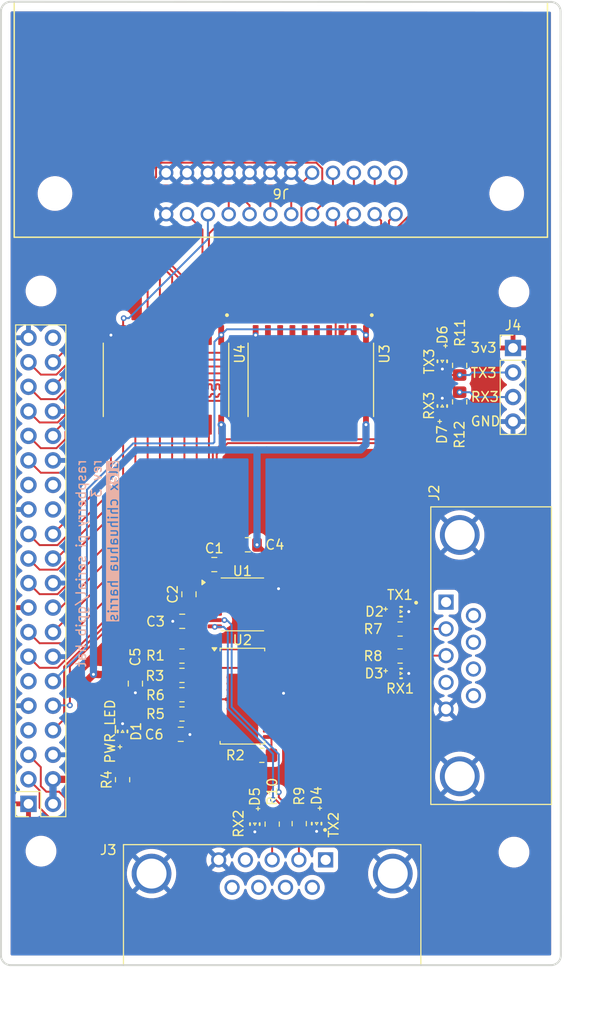
<source format=kicad_pcb>
(kicad_pcb (version 20241229) (generator "pcbnew") (generator_version "9.0")
  (layers (0 "F.Cu" signal) (2 "B.Cu" signal) (13 "F.Paste" user) (15 "B.Paste" user) (5 "F.SilkS" user "F.Silkscreen") (7 "B.SilkS" user "B.Silkscreen") (1 "F.Mask" user) (3 "B.Mask" user) (25 "Edge.Cuts" user))
  (net 0 "")
  (net 1 "GPIB_DIO1")
  (net 2 "GND")
  (net 3 "/GPIO7{slash}SPI0.CE1")
  (net 4 "GPIB_DIO7")
  (net 5 "GPIB_DIO5")
  (net 6 "GPIB_DIO6")
  (net 7 "/GPIO17")
  (net 8 "/GPIO3{slash}SCL1")
  (net 9 "GPIB_DIO8")
  (net 10 "/GPIO14{slash}TXD0")
  (net 11 "GPIB_DIO2")
  (net 12 "GPIB_DIO3")
  (net 13 "/ID_SCL")
  (net 14 "/GPIO21{slash}PCM.DOUT")
  (net 15 "/GPIO15{slash}RXD0")
  (net 16 "/GPIO2{slash}SDA1")
  (net 17 "/GPIO4{slash}GPCLK0")
  (net 18 "+3V3")
  (net 19 "GPIB_DIO4")
  (net 20 "TE")
  (net 21 "GPIB_ATN")
  (net 22 "/ID_SDA")
  (net 23 "Net-(U1-C1+)")
  (net 24 "Net-(U1-C1-)")
  (net 25 "Net-(U1-C2+)")
  (net 26 "Net-(U1-C2-)")
  (net 27 "Net-(U1-VS-)")
  (net 28 "Net-(U1-VS+)")
  (net 29 "/RX1")
  (net 30 "+5V")
  (net 31 "/TX1")
  (net 32 "/RX2")
  (net 33 "/TX2")
  (net 34 "Net-(D6-Pad2)")
  (net 35 "Net-(D7-Pad2)")
  (net 36 "Net-(D2-Pad2)")
  (net 37 "Net-(D3-Pad2)")
  (net 38 "Net-(D4-Pad2)")
  (net 39 "Net-(D5-Pad2)")
  (net 40 "/TXA1")
  (net 41 "/RXA1")
  (net 42 "/RXB1")
  (net 43 "/TXB1")
  (net 44 "Net-(D1-Pad2)")
  (net 57 "GPIB_SRQ")
  (net 58 "GPIB_IFC")
  (net 59 "DC")
  (net 60 "GPIB_DAV")
  (net 61 "GPIB_NRFD")
  (net 62 "GPIB_REN")
  (net 63 "GPIB_EOI")
  (net 64 "GPIB_NDAC")
  (net 65 "PE")
  (net 66 "/GPIB/DIO2")
  (net 67 "/GPIB/DIO7")
  (net 68 "/GPIB/SRQ")
  (net 69 "/GPIB/ATN")
  (net 70 "/GPIB/NDAC")
  (net 71 "/GPIB/EOI")
  (net 72 "/GPIB/DIO8")
  (net 73 "/GPIB/DIO6")
  (net 74 "/GPIB/DIO4")
  (net 75 "/GPIB/REN")
  (net 76 "/GPIB/IFC")
  (net 77 "/GPIB/DIO3")
  (net 78 "/GPIB/DIO5")
  (net 79 "/GPIB/NFRD")
  (net 80 "/GPIB/DAV")
  (net 81 "/GPIB/DIO1")
  (net 82 "Net-(U2-~{RESET})")
  (net 83 "Net-(U2-~{IRQ})")
  (net 84 "Net-(U2-I2C{slash}~{SPI})")
  (net 85 "Net-(U2-A1{slash}SI)")
  (net 86 "Net-(U2-A0{slash}~{CS})")
  (footprint "MountingHole:MountingHole_2.7mm_M2.5" (layer "F.Cu") (at 94.8 64.9)
    (property "Reference" "H4" (hide yes))
    (property "Value" "MountingHole" (hide yes))
  )
  (footprint "MountingHole:MountingHole_2.7mm_M2.5" (layer "F.Cu") (at 45.8 64.8)
    (property "Reference" "H2" (hide yes))
    (property "Value" "MountingHole" (hide yes))
  )
  (footprint "Capacitor_SMD:C_0805_2012Metric" (layer "F.Cu") (at 60.275 110.7)
    (property "Reference" "C6")
    (property "Value" "100n" (hide yes))
  )
  (footprint "Resistor_SMD:R_0805_2012Metric_Pad1.20x1.40mm_HandSolder" (layer "F.Cu") (at 60.4 108.6)
    (property "Reference" "R5")
    (property "Value" "1k" (hide yes))
  )
  (footprint "Resistor_SMD:R_0805_2012Metric_Pad1.20x1.40mm_HandSolder" (layer "F.Cu") (at 68.675 112.875)
    (property "Reference" "R2")
    (property "Value" "1k" (hide yes))
  )
  (footprint "Capacitor_SMD:C_0805_2012Metric" (layer "F.Cu") (at 63.75 93.125)
    (property "Reference" "C1")
    (property "Value" "100n" (hide yes))
  )
  (footprint "Resistor_SMD:R_0805_2012Metric_Pad1.20x1.40mm_HandSolder" (layer "F.Cu") (at 60.4 104.6)
    (property "Reference" "R3")
    (property "Value" "1k" (hide yes))
  )
  (footprint "Package_SO:TSSOP-28_4.4x9.7mm_P0.65mm" (layer "F.Cu") (at 66.6625 106.75)
    (property "Reference" "U2")
    (property "Value" "SC16IS752IPW" (hide yes))
  )
  (footprint "Capacitor_SMD:C_0805_2012Metric" (layer "F.Cu") (at 67.225 91.075)
    (property "Reference" "C4")
    (property "Value" "100n" (hide yes))
  )
  (footprint "Capacitor_SMD:C_0805_2012Metric" (layer "F.Cu") (at 60.425 99 180)
    (property "Reference" "C3")
    (property "Value" "100n" (hide yes))
  )
  (footprint "WL-SMCW_0603:WL-SMCW_0603" (layer "F.Cu") (at 74.35 119.95 90)
    (property "Reference" "D4")
    (property "Value" "WL-SMCW_0603" (hide yes))
  )
  (footprint "L77SDE09SA4CH3FC309:AMPHENOL_L77SDE09SA4CH3FC309" (layer "F.Cu") (at 89.18 102.555 90)
    (property "Reference" "J2")
    (property "Value" "L77SDE09SA4CH3FC309" (hide yes))
  )
  (footprint "Connector_PinHeader_2.54mm:PinHeader_1x04_P2.54mm_Vertical" (layer "F.Cu") (at 94.7 70.7)
    (property "Reference" "J4")
    (property "Value" "Conn_01x04_Pin" (hide yes))
  )
  (footprint "Resistor_SMD:R_0805_2012Metric_Pad1.20x1.40mm_HandSolder" (layer "F.Cu") (at 54.25 115.4 90)
    (property "Reference" "R4")
    (property "Value" "1k" (hide yes))
  )
  (footprint "MountingHole:MountingHole_2.7mm_M2.5" (layer "F.Cu") (at 94.8 122.9)
    (property "Reference" "H3" (hide yes))
    (property "Value" "MountingHole" (hide yes))
  )
  (footprint "L77SDE09SA4CH3FC309:AMPHENOL_L77SDE09SA4CH3FC309" (layer "F.Cu") (at 69.74575 125.1225)
    (property "Reference" "J3")
    (property "Value" "L77SDE09SA4CH3FC309" (hide yes))
  )
  (footprint "WL-SMCW_0603:WL-SMCW_0603" (layer "F.Cu") (at 87.37 76.71 -90)
    (property "Reference" "D7")
    (property "Value" "WL-SMCW_0603" (hide yes))
  )
  (footprint "Package_SO:TSSOP-16_4.4x5mm_P0.65mm" (layer "F.Cu") (at 66.6625 97.25)
    (property "Reference" "U1")
    (property "Value" "MAX232" (hide yes))
  )
  (footprint "WL-SMCW_0603:WL-SMCW_0603" (layer "F.Cu") (at 83.1 98 180)
    (property "Reference" "D2")
    (property "Value" "WL-SMCW_0603" (hide yes))
  )
  (footprint "SN75160BDW:SOIC127P1030X265-20N" (layer "F.Cu") (at 73.75 74 -90)
    (property "Reference" "U3")
    (property "Value" "SN75160BDW")
  )
  (footprint "Resistor_SMD:R_0805_2012Metric_Pad1.20x1.40mm_HandSolder" (layer "F.Cu") (at 89.17 76.28 -90)
    (property "Reference" "R12")
    (property "Value" "1k" (hide yes))
  )
  (footprint "SN75161BDW:SOIC127P1030X265-20N" (layer "F.Cu") (at 58.75 74 -90)
    (property "Reference" "U4")
    (property "Value" "SN75161BDW")
  )
  (footprint "WL-SMCW_0603:WL-SMCW_0603" (layer "F.Cu") (at 67.95 120 90)
    (property "Reference" "D5")
    (property "Value" "WL-SMCW_0603" (hide yes))
  )
  (footprint "Resistor_SMD:R_0805_2012Metric_Pad1.20x1.40mm_HandSolder" (layer "F.Cu") (at 60.4 106.6)
    (property "Reference" "R6")
    (property "Value" "1k" (hide yes))
  )
  (footprint "Resistor_SMD:R_0805_2012Metric_Pad1.20x1.40mm_HandSolder" (layer "F.Cu") (at 69.75 120 90)
    (property "Reference" "R10")
    (property "Value" "1k" (hide yes))
  )
  (footprint "MountingHole:MountingHole_2.7mm_M2.5" (layer "F.Cu") (at 45.8 122.8)
    (property "Reference" "H1" (hide yes))
    (property "Value" "MountingHole" (hide yes))
  )
  (footprint "WL-SMCW_0603:WL-SMCW_0603" (layer "F.Cu") (at 54.25 110.4 -90)
    (property "Reference" "D1")
    (property "Value" "PWR_LED")
  )
  (footprint "Resistor_SMD:R_0805_2012Metric_Pad1.20x1.40mm_HandSolder" (layer "F.Cu") (at 83 99.8 180)
    (property "Reference" "R7")
    (property "Value" "1k" (hide yes))
  )
  (footprint "WL-SMCW_0603:WL-SMCW_0603" (layer "F.Cu") (at 83.1 104.4 180)
    (property "Reference" "D3")
    (property "Value" "WL-SMCW_0603" (hide yes))
  )
  (footprint "gpib_connector:CONN_112-024-113R001_NRC" (layer "F.Cu") (at 82.525099 56.85 180)
    (property "Reference" "J6")
    (property "Value" "Conn_GPIB")
  )
  (footprint "Connector_PinSocket_2.54mm:PinSocket_2x20_P2.54mm_Vertical" (layer "F.Cu") (at 44.5 117.9 180)
    (property "Reference" "J1" (hide yes))
    (property "Value" "GPIO" (hide yes))
  )
  (footprint "Resistor_SMD:R_0805_2012Metric_Pad1.20x1.40mm_HandSolder" (layer "F.Cu") (at 83 102.6 180)
    (property "Reference" "R8")
    (property "Value" "1k" (hide yes))
  )
  (footprint "WL-SMCW_0603:WL-SMCW_0603" (layer "F.Cu") (at 87.37 72.08 90)
    (property "Reference" "D6")
    (property "Value" "WL-SMCW_0603" (hide yes))
  )
  (footprint "Resistor_SMD:R_0805_2012Metric_Pad1.20x1.40mm_HandSolder" (layer "F.Cu") (at 72.55 119.95 90)
    (property "Reference" "R9")
    (property "Value" "1k" (hide yes))
  )
  (footprint "Capacitor_SMD:C_0805_2012Metric" (layer "F.Cu") (at 61.125 96.2 90)
    (property "Reference" "C2")
    (property "Value" "100n" (hide yes))
  )
  (footprint "Resistor_SMD:R_0805_2012Metric_Pad1.20x1.40mm_HandSolder" (layer "F.Cu") (at 60.4 102.6)
    (property "Reference" "R1")
    (property "Value" "10k" (hide yes))
  )
  (footprint "Capacitor_SMD:C_0805_2012Metric" (layer "F.Cu") (at 55.575 105.45 -90)
    (property "Reference" "C5")
    (property "Value" "100n" (hide yes))
  )
  (footprint "Resistor_SMD:R_0805_2012Metric_Pad1.20x1.40mm_HandSolder" (layer "F.Cu") (at 89.17 72.5 90)
    (property "Reference" "R11")
    (property "Value" "1k" (hide yes))
  )
  (gr_line (start 98.65 134.6) (end 42.65 134.6) (stroke (width 0.2)) (layer "Edge.Cuts"))
  (gr_arc (start 42.65 134.6) (mid 41.942893 134.307107) (end 41.65 133.6) (stroke (width 0.2)) (layer "Edge.Cuts"))
  (gr_line (start 42.65 34.85) (end 98.65 34.873399) (stroke (width 0.2)) (layer "Edge.Cuts"))
  (gr_line (start 99.625 35.85) (end 99.65 133.6) (stroke (width 0.2)) (layer "Edge.Cuts"))
  (gr_arc (start 99.65 133.6) (mid 99.357107 134.307107) (end 98.65 134.6) (stroke (width 0.2)) (layer "Edge.Cuts"))
  (gr_line (start 41.65 133.6) (end 41.65 35.85) (stroke (width 0.2)) (layer "Edge.Cuts"))
  (gr_arc (start 41.65 35.85) (mid 41.942893 35.142893) (end 42.65 34.85) (stroke (width 0.2)) (layer "Edge.Cuts"))
  (gr_arc (start 98.65 34.875) (mid 99.338297 35.160102) (end 99.623399 35.848399) (stroke (width 0.2)) (layer "Edge.Cuts"))
  (gr_text "GND" (at 90.23 78.88 0) (layer "F.SilkS") (effects (font (size 1 1)) (justify left bottom)))
  (gr_text "RX2" (at 66.85 121.5 90) (layer "F.SilkS") (effects (font (size 1 1)) (justify left bottom)))
  (gr_text "RX3" (at 86.58 78.23 90) (layer "F.SilkS") (effects (font (size 1 1)) (justify left bottom)))
  (gr_text "TX2" (at 76.7 121.5 90) (layer "F.SilkS") (effects (font (size 1 1)) (justify left bottom)))
  (gr_text "RX1" (at 81.45 106.55 0) (layer "F.SilkS") (effects (font (size 1 1)) (justify left bottom)))
  (gr_text "3v3" (at 90.23 71.26 0) (layer "F.SilkS") (effects (font (size 1 1)) (justify left bottom)))
  (gr_text "RX3" (at 90.23 76.34 0) (layer "F.SilkS") (effects (font (size 1 1)) (justify left bottom)))
  (gr_text "TX3\n\n" (at 90.23 75.4764 0) (layer "F.SilkS") (effects (font (size 1 1)) (justify left bottom)))
  (gr_text "TX1" (at 81.55 96.85 0) (layer "F.SilkS") (effects (font (size 1 1)) (justify left bottom)))
  (gr_text "TX3" (at 86.6 73.52 90) (layer "F.SilkS") (effects (font (size 1 1)) (justify left bottom)))
  (gr_text "alex chihuahua harris" (at 53.85 82.3 90) (layer "B.SilkS" knockout) (effects (font (size 1 1)) (justify left bottom mirror)))
  (gr_text "raspberry pi serial/gpib hat\nrev 3" (at 52.15 82.15 90) (layer "B.SilkS") (effects (font (size 1 1)) (justify left bottom mirror)))
  (segment (start 77.32 74.923) (end 78.195 75.798) (width 0.2) (layer "F.Cu") (net 1))
  (segment (start 73.857076 74.923) (end 77.32 74.923) (width 0.2) (layer "F.Cu") (net 1))
  (segment (start 54.190861 70.791013) (end 54.270861 70.791013) (width 0.2) (layer "F.Cu") (net 1))
  (segment (start 53.630861 70.942883) (end 53.630861 71.2962) (width 0.2) (layer "F.Cu") (net 1))
  (segment (start 70.130276 71.1962) (end 73.857076 74.923) (width 0.2) (layer "F.Cu") (net 1))
  (segment (start 78.195 75.798) (end 78.195 78.64) (width 0.2) (layer "F.Cu") (net 1))
  (segment (start 54.030861 71.2962) (end 54.030861 70.951013) (width 0.2) (layer "F.Cu") (net 1))
  (segment (start 54.590861 71.1962) (end 70.130276 71.1962) (width 0.2) (layer "F.Cu") (net 1))
  (segment (start 48.0238 71.1962) (end 53.070861 71.1962) (width 0.2) (layer "F.Cu") (net 1))
  (segment (start 53.730861 71.3962) (end 53.930861 71.3962) (width 0.2) (layer "F.Cu") (net 1))
  (segment (start 47.04 72.18) (end 48.0238 71.1962) (width 0.2) (layer "F.Cu") (net 1))
  (segment (start 53.230861 71.0362) (end 53.230861 70.942883) (width 0.2) (layer "F.Cu") (net 1))
  (segment (start 54.430861 70.951013) (end 54.430861 71.0362) (width 0.2) (layer "F.Cu") (net 1))
  (segment (start 53.390861 70.782883) (end 53.470861 70.782883) (width 0.2) (layer "F.Cu") (net 1))
  (arc (start 53.930861 71.3962) (mid 54.001572 71.366911) (end 54.030861 71.2962) (width 0.2) (layer "F.Cu") (net 1))
  (arc (start 53.470861 70.782883) (mid 53.583998 70.829746) (end 53.630861 70.942883) (width 0.2) (layer "F.Cu") (net 1))
  (arc (start 53.230861 70.942883) (mid 53.277724 70.829746) (end 53.390861 70.782883) (width 0.2) (layer "F.Cu") (net 1))
  (arc (start 54.270861 70.791013) (mid 54.383998 70.837876) (end 54.430861 70.951013) (width 0.2) (layer "F.Cu") (net 1))
  (arc (start 54.030861 70.951013) (mid 54.077724 70.837876) (end 54.190861 70.791013) (width 0.2) (layer "F.Cu") (net 1))
  (arc (start 53.630861 71.2962) (mid 53.66015 71.366911) (end 53.730861 71.3962) (width 0.2) (layer "F.Cu") (net 1))
  (arc (start 54.430861 71.0362) (mid 54.477724 71.149337) (end 54.590861 71.1962) (width 0.2) (layer "F.Cu") (net 1))
  (arc (start 53.070861 71.1962) (mid 53.183998 71.149337) (end 53.230861 71.0362) (width 0.2) (layer "F.Cu") (net 1))
  (segment (start 69.525 95.625) (end 70.407053 95.625001) (width 0.2) (layer "F.Cu") (net 2))
  (segment (start 53.035 69.36) (end 53.0372 69.36) (width 0.2) (layer "F.Cu") (net 2))
  (segment (start 68.035 69.363) (end 68.0306 69.3674) (width 0.2) (layer "F.Cu") (net 2))
  (segment (start 59.475 99) (end 59.45 99) (width 0.2) (layer "F.Cu") (net 2))
  (segment (start 61.225 110.7) (end 61.225 110.725) (width 0.2) (layer "F.Cu") (net 2))
  (segment (start 68.035 69.36) (end 68.035 69.363) (width 0.2) (layer "F.Cu") (net 2))
  (segment (start 70.9 106.425) (end 70.925 106.45) (width 0.2) (layer "F.Cu") (net 2))
  (segment (start 69.525 106.425) (end 70.9 106.425) (width 0.2) (layer "F.Cu") (net 2))
  (segment (start 87.37 72.88) (end 87.38 72.88) (width 0.2) (layer "F.Cu") (net 2))
  (segment (start 87.37 75.91) (end 87.37 75.9) (width 0.2) (layer "F.Cu") (net 2))
  (segment (start 53.0372 69.36) (end 53.0446 69.3674) (width 0.2) (layer "F.Cu") (net 2))
  (via (at 87.38 72.88) (size 0.6) (drill 0.3) (layers "F.Cu" "B.Cu") (net 2))
  (via (at 54.25 109.6) (size 0.6) (drill 0.3) (layers "F.Cu" "B.Cu") (net 2))
  (via (at 59.45 99) (size 0.6) (drill 0.3) (layers "F.Cu" "B.Cu") (net 2))
  (via (at 67.95 120.8) (size 0.6) (drill 0.3) (layers "F.Cu" "B.Cu") (net 2))
  (via (at 70.925 106.45) (size 0.6) (drill 0.3) (layers "F.Cu" "B.Cu") (net 2))
  (via (at 61.225 110.725) (size 0.6) (drill 0.3) (layers "F.Cu" "B.Cu") (net 2))
  (via (at 83.9 98) (size 0.6) (drill 0.3) (layers "F.Cu" "B.Cu") (net 2))
  (via (at 55.575 106.4) (size 0.6) (drill 0.3) (layers "F.Cu" "B.Cu") (net 2))
  (via (at 74.35 120.75) (size 0.6) (drill 0.3) (layers "F.Cu" "B.Cu") (net 2))
  (via (at 53.0446 69.3674) (size 0.6) (drill 0.3) (layers "F.Cu" "B.Cu") (net 2))
  (via (at 68.0306 69.3674) (size 0.6) (drill 0.3) (layers "F.Cu" "B.Cu") (net 2))
  (via (at 83.9 104.4) (size 0.6) (drill 0.3) (layers "F.Cu" "B.Cu") (net 2))
  (via (at 70.407053 95.625001) (size 0.6) (drill 0.3) (layers "F.Cu" "B.Cu") (net 2))
  (via (at 87.37 75.9) (size 0.6) (drill 0.3) (layers "F.Cu" "B.Cu") (net 2))
  (segment (start 57.136351 75.4634) (end 57.238287 75.4634) (width 0.2) (layer "F.Cu") (net 4))
  (segment (start 59.936429 75.761542) (end 60.038287 75.761542) (width 0.2) (layer "F.Cu") (net 4))
  (segment (start 56.336351 75.4634) (end 56.438287 75.4634) (width 0.2) (layer "F.Cu") (net 4))
  (segment (start 60.336429 75.4634) (end 60.438287 75.4634) (width 0.2) (layer "F.Cu") (net 4))
  (segment (start 70.575 76.1536) (end 70.575 78.64) (width 0.2) (layer "F.Cu") (net 4))
  (segment (start 60.736429 75.761542) (end 60.838287 75.761542) (width 0.2) (layer "F.Cu") (net 4))
  (segment (start 52.2478 75.4634) (end 54.038287 75.4634) (width 0.2) (layer "F.Cu") (net 4))
  (segment (start 69.8848 75.4634) (end 70.575 76.1536) (width 0.2) (layer "F.Cu") (net 4))
  (segment (start 47.3964 81.0768) (end 48.3362 80.137) (width 0.2) (layer "F.Cu") (net 4))
  (segment (start 65.537493 75.761812) (end 65.639081 75.761812) (width 0.2) (layer "F.Cu") (net 4))
  (segment (start 58.336429 75.761542) (end 58.438287 75.761542) (width 0.2) (layer "F.Cu") (net 4))
  (segment (start 56.736351 75.761464) (end 56.838287 75.761464) (width 0.2) (layer "F.Cu") (net 4))
  (segment (start 62.336429 75.761542) (end 62.438287 75.761542) (width 0.2) (layer "F.Cu") (net 4))
  (segment (start 61.536351 75.761464) (end 61.638287 75.761464) (width 0.2) (layer "F.Cu") (net 4))
  (segment (start 55.936351 75.761464) (end 56.038287 75.761464) (width 0.2) (layer "F.Cu") (net 4))
  (segment (start 55.536351 75.4634) (end 55.638287 75.4634) (width 0.2) (layer "F.Cu") (net 4))
  (segment (start 45.7768 81.0768) (end 47.3964 81.0768) (width 0.2) (layer "F.Cu") (net 4))
  (segment (start 63.936429 75.761542) (end 64.038287 75.761542) (width 0.2) (layer "F.Cu") (net 4))
  (segment (start 58.736429 75.4634) (end 58.838287 75.4634) (width 0.2) (layer "F.Cu") (net 4))
  (segment (start 63.536429 75.4634) (end 63.638287 75.4634) (width 0.2) (layer "F.Cu") (net 4))
  (segment (start 54.336351 75.761464) (end 54.438287 75.761464) (width 0.2) (layer "F.Cu") (net 4))
  (segment (start 48.3362 79.375) (end 52.2478 75.4634) (width 0.2) (layer "F.Cu") (net 4))
  (segment (start 44.5 79.8) (end 45.7768 81.0768) (width 0.2) (layer "F.Cu") (net 4))
  (segment (start 61.936351 75.4634) (end 62.038287 75.4634) (width 0.2) (layer "F.Cu") (net 4))
  (segment (start 64.336429 75.4634) (end 64.438287 75.4634) (width 0.2) (layer "F.Cu") (net 4))
  (segment (start 65.13759 75.164793) (end 65.238984 75.164793) (width 0.2) (layer "F.Cu") (net 4))
  (segment (start 62.736429 75.4634) (end 62.838287 75.4634) (width 0.2) (layer "F.Cu") (net 4))
  (segment (start 55.136351 75.761464) (end 55.238287 75.761464) (width 0.2) (layer "F.Cu") (net 4))
  (segment (start 57.536351 75.761464) (end 57.638287 75.761464) (width 0.2) (layer "F.Cu") (net 4))
  (segment (start 61.136429 75.4634) (end 61.238287 75.4634) (width 0.2) (layer "F.Cu") (net 4))
  (segment (start 64.988287 75.612594) (end 64.988287 75.314096) (width 0.2) (layer "F.Cu") (net 4))
  (segment (start 59.536429 75.4634) (end 59.638287 75.4634) (width 0.2) (layer "F.Cu") (net 4))
  (segment (start 54.736351 75.4634) (end 54.838287 75.4634) (width 0.2) (layer "F.Cu") (net 4))
  (segment (start 48.3362 80.137) (end 48.3362 79.375) (width 0.2) (layer "F.Cu") (net 4))
  (segment (start 63.136429 75.761542) (end 63.238287 75.761542) (width 0.2) (layer "F.Cu") (net 4))
  (segment (start 65.937493 75.4634) (end 69.8848 75.4634) (width 0.2) (layer "F.Cu") (net 4))
  (segment (start 59.136429 75.761542) (end 59.238287 75.761542) (width 0.2) (layer "F.Cu") (net 4))
  (segment (start 64.736675 75.761788) (end 64.839093 75.761788) (width 0.2) (layer "F.Cu") (net 4))
  (segment (start 65.388287 75.314096) (end 65.388287 75.612606) (width 0.2) (layer "F.Cu") (net 4))
  (segment (start 57.936351 75.4634) (end 58.038287 75.4634) (width 0.2) (layer "F.Cu") (net 4))
  (arc (start 63.238287 75.761542) (mid 63.343696 75.71788) (end 63.387358 75.612471) (width 0.2) (layer "F.Cu") (net 4))
  (arc (start 55.238287 75.761464) (mid 55.343669 75.717814) (end 55.387319 75.612432) (width 0.2) (layer "F.Cu") (net 4))
  (arc (start 54.587319 75.612432) (mid 54.630969 75.50705) (end 54.736351 75.4634) (width 0.2) (layer "F.Cu") (net 4))
  (arc (start 57.387319 75.612432) (mid 57.430969 75.717814) (end 57.536351 75.761464) (width 0.2) (layer "F.Cu") (net 4))
  (arc (start 65.388287 75.612606) (mid 65.431988 75.718111) (end 65.537493 75.761812) (width 0.2) (layer "F.Cu") (net 4))
  (arc (start 59.638287 75.4634) (mid 59.743696 75.507062) (end 59.787358 75.612471) (width 0.2) (layer "F.Cu") (net 4))
  (arc (start 54.838287 75.4634) (mid 54.943669 75.50705) (end 54.987319 75.612432) (width 0.2) (layer "F.Cu") (net 4))
  (arc (start 57.238287 75.4634) (mid 57.343669 75.50705) (end 57.387319 75.612432) (width 0.2) (layer "F.Cu") (net 4))
  (arc (start 58.187358 75.612471) (mid 58.23102 75.71788) (end 58.336429 75.761542) (width 0.2) (layer "F.Cu") (net 4))
  (arc (start 54.038287 75.4634) (mid 54.143669 75.50705) (end 54.187319 75.612432) (width 0.2) (layer "F.Cu") (net 4))
  (arc (start 59.387358 75.612471) (mid 59.43102 75.507062) (end 59.536429 75.4634) (width 0.2) (layer "F.Cu") (net 4))
  (arc (start 54.987319 75.612432) (mid 55.030969 75.717814) (end 55.136351 75.761464) (width 0.2) (layer "F.Cu") (net 4))
  (arc (start 59.238287 75.761542) (mid 59.343696 75.71788) (end 59.387358 75.612471) (width 0.2) (layer "F.Cu") (net 4))
  (arc (start 54.438287 75.761464) (mid 54.543669 75.717814) (end 54.587319 75.612432) (width 0.2) (layer "F.Cu") (net 4))
  (arc (start 62.838287 75.4634) (mid 62.943696 75.507062) (end 62.987358 75.612471) (width 0.2) (layer "F.Cu") (net 4))
  (arc (start 56.438287 75.4634) (mid 56.543669 75.50705) (end 56.587319 75.612432) (width 0.2) (layer "F.Cu") (net 4))
  (arc (start 64.438287 75.4634) (mid 64.543783 75.507098) (end 64.587481 75.612594) (width 0.2) (layer "F.Cu") (net 4))
  (arc (start 62.587358 75.612471) (mid 62.63102 75.507062) (end 62.736429 75.4634) (width 0.2) (layer "F.Cu") (net 4))
  (arc (start 65.788287 75.612606) (mid 65.831988 75.507101) (end 65.937493 75.4634) (width 0.2) (layer "F.Cu") (net 4))
  (arc (start 65.238984 75.164793) (mid 65.344557 75.208523) (end 65.388287 75.314096) (width 0.2) (layer "F.Cu") (net 4))
  (arc (start 55.638287 75.4634) (mid 55.743669 75.50705) (end 55.787319 75.612432) (width 0.2) (layer "F.Cu") (net 4))
  (arc (start 62.438287 75.761542) (mid 62.543696 75.71788) (end 62.587358 75.612471) (width 0.2) (layer "F.Cu") (net 4))
  (arc (start 56.038287 75.761464) (mid 56.143669 75.717814) (end 56.187319 75.612432) (width 0.2) (layer "F.Cu") (net 4))
  (arc (start 57.787319 75.612432) (mid 57.830969 75.50705) (end 57.936351 75.4634) (width 0.2) (layer "F.Cu") (net 4))
  (arc (start 56.587319 75.612432) (mid 56.630969 75.717814) (end 56.736351 75.761464) (width 0.2) (layer "F.Cu") (net 4))
  (arc (start 64.038287 75.761542) (mid 64.143696 75.71788) (end 64.187358 75.612471) (width 0.2) (layer "F.Cu") (net 4))
  (arc (start 58.438287 75.761542) (mid 58.543696 75.71788) (end 58.587358 75.612471) (width 0.2) (layer "F.Cu") (net 4))
  (arc (start 60.187358 75.612471) (mid 60.23102 75.507062) (end 60.336429 75.4634) (width 0.2) (layer "F.Cu") (net 4))
  (arc (start 62.187358 75.612471) (mid 62.23102 75.71788) (end 62.336429 75.761542) (width 0.2) (layer "F.Cu") (net 4))
  (arc (start 54.187319 75.612432) (mid 54.230969 75.717814) (end 54.336351 75.761464) (width 0.2) (layer "F.Cu") (net 4))
  (arc (start 65.639081 75.761812) (mid 65.744586 75.718111) (end 65.788287 75.612606) (width 0.2) (layer "F.Cu") (net 4))
  (arc (start 58.838287 75.4634) (mid 58.943696 75.507062) (end 58.987358 75.612471) (width 0.2) (layer "F.Cu") (net 4))
  (arc (start 64.187358 75.612471) (mid 64.23102 75.507062) (end 64.336429 75.4634) (width 0.2) (layer "F.Cu") (net 4))
  (arc (start 64.839093 75.761788) (mid 64.944589 75.71809) (end 64.988287 75.612594) (width 0.2) (layer "F.Cu") (net 4))
  (arc (start 59.787358 75.612471) (mid 59.83102 75.71788) (end 59.936429 75.761542) (width 0.2) (layer "F.Cu") (net 4))
  (arc (start 57.638287 75.761464) (mid 57.743669 75.717814) (end 57.787319 75.612432) (width 0.2) (layer "F.Cu") (net 4))
  (arc (start 63.638287 75.4634) (mid 63.743696 75.507062) (end 63.787358 75.612471) (width 0.2) (layer "F.Cu") (net 4))
  (arc (start 56.838287 75.761464) (mid 56.943669 75.717814) (end 56.987319 75.612432) (width 0.2) (layer "F.Cu") (net 4))
  (arc (start 58.987358 75.612471) (mid 59.03102 75.71788) (end 59.136429 75.761542) (width 0.2) (layer "F.Cu") (net 4))
  (arc (start 60.987358 75.612471) (mid 61.03102 75.507062) (end 61.136429 75.4634) (width 0.2) (layer "F.Cu") (net 4))
  (arc (start 64.587481 75.612594) (mid 64.631179 75.71809) (end 64.736675 75.761788) (width 0.2) (layer "F.Cu") (net 4))
  (arc (start 63.387358 75.612471) (mid 63.43102 75.507062) (end 63.536429 75.4634) (width 0.2) (layer "F.Cu") (net 4))
  (arc (start 61.238287 75.4634) (mid 61.343669 75.50705) (end 61.387319 75.612432) (width 0.2) (layer "F.Cu") (net 4))
  (arc (start 62.038287 75.4634) (mid 62.143696 75.507062) (end 62.187358 75.612471) (width 0.2) (layer "F.Cu") (net 4))
  (arc (start 56.187319 75.612432) (mid 56.230969 75.50705) (end 56.336351 75.4634) (width 0.2) (layer "F.Cu") (net 4))
  (arc (start 60.838287 75.761542) (mid 60.943696 75.71788) (end 60.987358 75.612471) (width 0.2) (layer "F.Cu") (net 4))
  (arc (start 63.787358 75.612471) (mid 63.83102 75.71788) (end 63.936429 75.761542) (width 0.2) (layer "F.Cu") (net 4))
  (arc (start 61.787319 75.612432) (mid 61.830969 75.50705) (end 61.936351 75.4634) (width 0.2) (layer "F.Cu") (net 4))
  (arc (start 56.987319 75.612432) (mid 57.030969 75.50705) (end 57.136351 75.4634) (width 0.2) (layer "F.Cu") (net 4))
  (arc (start 55.387319 75.612432) (mid 55.430969 75.50705) (end 55.536351 75.4634) (width 0.2) (layer "F.Cu") (net 4))
  (arc (start 60.587358 75.612471) (mid 60.63102 75.71788) (end 60.736429 75.761542) (width 0.2) (layer "F.Cu") (net 4))
  (arc (start 61.638287 75.761464) (mid 61.743669 75.717814) (end 61.787319 75.612432) (width 0.2) (layer "F.Cu") (net 4))
  (arc (start 60.038287 75.761542) (mid 60.143696 75.71788) (end 60.187358 75.612471) (width 0.2) (layer "F.Cu") (net 4))
  (arc (start 55.787319 75.612432) (mid 55.830969 75.717814) (end 55.936351 75.761464) (width 0.2) (layer "F.Cu") (net 4))
  (arc (start 61.387319 75.612432) (mid 61.430969 75.717814) (end 61.536351 75.761464) (width 0.2) (layer "F.Cu") (net 4))
  (arc (start 64.988287 75.314096) (mid 65.032017 75.208523) (end 65.13759 75.164793) (width 0.2) (layer "F.Cu") (net 4))
  (arc (start 58.038287 75.4634) (mid 58.143696 75.507062) (end 58.187358 75.612471) (width 0.2) (layer "F.Cu") (net 4))
  (arc (start 60.438287 75.4634) (mid 60.543696 75.507062) (end 60.587358 75.612471) (width 0.2) (layer "F.Cu") (net 4))
  (arc (start 62.987358 75.612471) (mid 63.03102 75.71788) (end 63.136429 75.761542) (width 0.2) (layer "F.Cu") (net 4))
  (arc (start 58.587358 75.612471) (mid 58.63102 75.507062) (end 58.736429 75.4634) (width 0.2) (layer "F.Cu") (net 4))
  (segment (start 59.120572 74.182588) (end 59.120572 73.898248) (width 0.2) (layer "F.Cu") (net 5))
  (segment (start 56.450648 74.321076) (end 56.570572 74.321076) (width 0.2) (layer "F.Cu") (net 5))
  (segment (start 59.263323 73.755497) (end 59.377821 73.755497) (width 0.2) (layer "F.Cu") (net 5))
  (segment (start 44.5 77.26) (end 45.651 78.411) (width 0.2) (layer "F.Cu") (net 5))
  (segment (start 58.853748 74.324176) (end 58.978984 74.324176) (width 0.2) (layer "F.Cu") (net 5))
  (segment (start 45.651 78.411) (end 47.5222 78.411) (width 0.2) (layer "F.Cu") (net 5))
  (segment (start 55.650648 74.321076) (end 55.770572 74.321076) (width 0.2) (layer "F.Cu") (net 5))
  (segment (start 54.050648 74.321076) (end 54.170572 74.321076) (width 0.2) (layer "F.Cu") (net 5))
  (segment (start 57.250648 74.321076) (end 57.370572 74.321076) (width 0.2) (layer "F.Cu") (net 5))
  (segment (start 58.450648 74.041) (end 58.570572 74.041) (width 0.2) (layer "F.Cu") (net 5))
  (segment (start 70.706676 74.041) (end 73.115 76.449324) (width 0.2) (layer "F.Cu") (net 5))
  (segment (start 54.850648 74.321076) (end 54.970572 74.321076) (width 0.2) (layer "F.Cu") (net 5))
  (segment (start 59.520572 73.898248) (end 59.520572 74.182582) (width 0.2) (layer "F.Cu") (net 5))
  (segment (start 48.2981 76.5683) (end 50.8254 74.041) (width 0.2) (layer "F.Cu") (net 5))
  (segment (start 58.050648 74.321076) (end 58.170572 74.321076) (width 0.2) (layer "F.Cu") (net 5))
  (segment (start 54.450648 74.041) (end 54.570572 74.041) (width 0.2) (layer "F.Cu") (net 5))
  (segment (start 48.2981 77.6351) (end 48.2981 76.5683) (width 0.2) (layer "F.Cu") (net 5))
  (segment (start 57.650648 74.041) (end 57.770572 74.041) (width 0.2) (layer "F.Cu") (net 5))
  (segment (start 73.115 76.449324) (end 73.115 78.64) (width 0.2) (layer "F.Cu") (net 5))
  (segment (start 47.5222 78.411) (end 48.2981 77.6351) (width 0.2) (layer "F.Cu") (net 5))
  (segment (start 60.062154 74.041) (end 70.706676 74.041) (width 0.2) (layer "F.Cu") (net 5))
  (segment (start 56.050648 74.041) (end 56.170572 74.041) (width 0.2) (layer "F.Cu") (net 5))
  (segment (start 56.850648 74.041) (end 56.970572 74.041) (width 0.2) (layer "F.Cu") (net 5))
  (segment (start 55.250648 74.041) (end 55.370572 74.041) (width 0.2) (layer "F.Cu") (net 5))
  (segment (start 59.662154 74.324164) (end 59.77899 74.324164) (width 0.2) (layer "F.Cu") (net 5))
  (segment (start 50.8254 74.041) (end 53.770572 74.041) (width 0.2) (layer "F.Cu") (net 5))
  (arc (start 57.770572 74.041) (mid 57.869594 74.082016) (end 57.91061 74.181038) (width 0.2) (layer "F.Cu") (net 5))
  (arc (start 59.377821 73.755497) (mid 59.478761 73.797308) (end 59.520572 73.898248) (width 0.2) (layer "F.Cu") (net 5))
  (arc (start 55.770572 74.321076) (mid 55.869594 74.28006) (end 55.91061 74.181038) (width 0.2) (layer "F.Cu") (net 5))
  (arc (start 58.71216 74.182588) (mid 58.75363 74.282706) (end 58.853748 74.324176) (width 0.2) (layer "F.Cu") (net 5))
  (arc (start 54.170572 74.321076) (mid 54.269594 74.28006) (end 54.31061 74.181038) (width 0.2) (layer "F.Cu") (net 5))
  (arc (start 59.77899 74.324164) (mid 59.879104 74.282696) (end 59.920572 74.182582) (width 0.2) (layer "F.Cu") (net 5))
  (arc (start 54.570572 74.041) (mid 54.669594 74.082016) (end 54.71061 74.181038) (width 0.2) (layer "F.Cu") (net 5))
  (arc (start 57.51061 74.181038) (mid 57.551626 74.082016) (end 57.650648 74.041) (width 0.2) (layer "F.Cu") (net 5))
  (arc (start 58.170572 74.321076) (mid 58.269594 74.28006) (end 58.31061 74.181038) (width 0.2) (layer "F.Cu") (net 5))
  (arc (start 57.370572 74.321076) (mid 57.469594 74.28006) (end 57.51061 74.181038) (width 0.2) (layer "F.Cu") (net 5))
  (arc (start 54.31061 74.181038) (mid 54.351626 74.082016) (end 54.450648 74.041) (width 0.2) (layer "F.Cu") (net 5))
  (arc (start 55.51061 74.181038) (mid 55.551626 74.28006) (end 55.650648 74.321076) (width 0.2) (layer "F.Cu") (net 5))
  (arc (start 54.71061 74.181038) (mid 54.751626 74.28006) (end 54.850648 74.321076) (width 0.2) (layer "F.Cu") (net 5))
  (arc (start 55.370572 74.041) (mid 55.469594 74.082016) (end 55.51061 74.181038) (width 0.2) (layer "F.Cu") (net 5))
  (arc (start 57.11061 74.181038) (mid 57.151626 74.28006) (end 57.250648 74.321076) (width 0.2) (layer "F.Cu") (net 5))
  (arc (start 56.970572 74.041) (mid 57.069594 74.082016) (end 57.11061 74.181038) (width 0.2) (layer "F.Cu") (net 5))
  (arc (start 56.31061 74.181038) (mid 56.351626 74.28006) (end 56.450648 74.321076) (width 0.2) (layer "F.Cu") (net 5))
  (arc (start 59.920572 74.182582) (mid 59.96204 74.082468) (end 60.062154 74.041) (width 0.2) (layer "F.Cu") (net 5))
  (arc (start 54.970572 74.321076) (mid 55.069594 74.28006) (end 55.11061 74.181038) (width 0.2) (layer "F.Cu") (net 5))
  (arc (start 59.520572 74.182582) (mid 59.56204 74.282696) (end 59.662154 74.324164) (width 0.2) (layer "F.Cu") (net 5))
  (arc (start 58.570572 74.041) (mid 58.67069 74.08247) (end 58.71216 74.182588) (width 0.2) (layer "F.Cu") (net 5))
  (arc (start 56.570572 74.321076) (mid 56.669594 74.28006) (end 56.71061 74.181038) (width 0.2) (layer "F.Cu") (net 5))
  (arc (start 56.170572 74.041) (mid 56.269594 74.082016) (end 56.31061 74.181038) (width 0.2) (layer "F.Cu") (net 5))
  (arc (start 55.11061 74.181038) (mid 55.151626 74.082016) (end 55.250648 74.041) (width 0.2) (layer "F.Cu") (net 5))
  (arc (start 58.31061 74.181038) (mid 58.351626 74.082016) (end 58.450648 74.041) (width 0.2) (layer "F.Cu") (net 5))
  (arc (start 53.91061 74.181038) (mid 53.951626 74.28006) (end 54.050648 74.321076) (width 0.2) (layer "F.Cu") (net 5))
  (arc (start 57.91061 74.181038) (mid 57.951626 74.28006) (end 58.050648 74.321076) (width 0.2) (layer "F.Cu") (net 5))
  (arc (start 58.978984 74.324176) (mid 59.079102 74.282706) (end 59.120572 74.182588) (width 0.2) (layer "F.Cu") (net 5))
  (arc (start 56.71061 74.181038) (mid 56.751626 74.082016) (end 56.850648 74.041) (width 0.2) (layer "F.Cu") (net 5))
  (arc (start 55.91061 74.181038) (mid 55.951626 74.082016) (end 56.050648 74.041) (width 0.2) (layer "F.Cu") (net 5))
  (arc (start 53.770572 74.041) (mid 53.869594 74.082016) (end 53.91061 74.181038) (width 0.2) (layer "F.Cu") (net 5))
  (arc (start 59.120572 73.898248) (mid 59.162383 73.797308) (end 59.263323 73.755497) (width 0.2) (layer "F.Cu") (net 5))
  (segment (start 64.037938 74.460099) (end 64.145838 74.460099) (width 0.2) (layer "F.Cu") (net 6))
  (segment (start 60.691888 74.89761) (end 60.691888 74.606143) (width 0.2) (layer "F.Cu") (net 6))
  (segment (start 56.83095 74.7522) (end 56.941888 74.7522) (width 0.2) (layer "F.Cu") (net 6))
  (segment (start 62.037938 75.044301) (end 62.145838 75.044301) (width 0.2) (layer "F.Cu") (net 6))
  (segment (start 60.432708 75.04302) (end 60.546478 75.04302) (width 0.2) (layer "F.Cu") (net 6))
  (segment (start 60.031046 74.7522) (end 60.141888 74.7522) (width 0.2) (layer "F.Cu") (net 6))
  (segment (start 70.850776 74.7522) (end 71.845 75.746424) (width 0.2) (layer "F.Cu") (net 6))
  (segment (start 61.637938 74.460099) (end 61.745838 74.460099) (width 0.2) (layer "F.Cu") (net 6))
  (segment (start 62.437938 74.460099) (end 62.545838 74.460099) (width 0.2) (layer "F.Cu") (net 6))
  (segment (start 63.891888 74.898251) (end 63.891888 74.606149) (width 0.2) (layer "F.Cu") (net 6))
  (segment (start 61.891888 74.606149) (end 61.891888 74.898251) (width 0.2) (layer "F.Cu") (net 6))
  (segment (start 54.031046 75.041358) (end 54.141888 75.041358) (width 0.2) (layer "F.Cu") (net 6))
  (segment (start 54.431046 74.7522) (end 54.541888 74.7522) (width 0.2) (layer "F.Cu") (net 6))
  (segment (start 64.437285 75.042994) (end 64.546491 75.042994) (width 0.2) (layer "F.Cu") (net 6))
  (segment (start 60.837944 74.460087) (end 60.945832 74.460087) (width 0.2) (layer "F.Cu") (net 6))
  (segment (start 51.8414 74.7522) (end 53.741888 74.7522) (width 0.2) (layer "F.Cu") (net 6))
  (segment (start 58.431046 74.7522) (end 58.541888 74.7522) (width 0.2) (layer "F.Cu") (net 6))
  (segment (start 47.04 79.8) (end 47.04 79.5536) (width 0.2) (layer "F.Cu") (net 6))
  (segment (start 61.491888 74.898257) (end 61.491888 74.606149) (width 0.2) (layer "F.Cu") (net 6))
  (segment (start 63.091888 74.898251) (end 63.091888 74.606149) (width 0.2) (layer "F.Cu") (net 6))
  (segment (start 63.491888 74.606149) (end 63.491888 74.898251) (width 0.2) (layer "F.Cu") (net 6))
  (segment (start 63.637938 75.044301) (end 63.745838 75.044301) (width 0.2) (layer "F.Cu") (net 6))
  (segment (start 62.837938 75.044301) (end 62.945838 75.044301) (width 0.2) (layer "F.Cu") (net 6))
  (segment (start 47.04 79.5536) (end 51.8414 74.7522) (width 0.2) (layer "F.Cu") (net 6))
  (segment (start 55.631046 75.041358) (end 55.741888 75.041358) (width 0.2) (layer "F.Cu") (net 6))
  (segment (start 54.831046 75.041358) (end 54.941888 75.041358) (width 0.2) (layer "F.Cu") (net 6))
  (segment (start 59.231046 74.7522) (end 59.341888 74.7522) (width 0.2) (layer "F.Cu") (net 6))
  (segment (start 56.43095 75.041262) (end 56.541888 75.041262) (width 0.2) (layer "F.Cu") (net 6))
  (segment (start 57.231046 75.041358) (end 57.341888 75.041358) (width 0.2) (layer "F.Cu") (net 6))
  (segment (start 58.031046 75.041358) (end 58.141888 75.041358) (width 0.2) (layer "F.Cu") (net 6))
  (segment (start 62.691888 74.606149) (end 62.691888 74.898251) (width 0.2) (layer "F.Cu") (net 6))
  (segment (start 61.237944 75.044313) (end 61.345832 75.044313) (width 0.2) (layer "F.Cu") (net 6))
  (segment (start 63.237938 74.460099) (end 63.345838 74.460099) (width 0.2) (layer "F.Cu") (net 6))
  (segment (start 62.291888 74.898251) (end 62.291888 74.606149) (width 0.2) (layer "F.Cu") (net 6))
  (segment (start 61.091888 74.606143) (end 61.091888 74.898257) (width 0.2) (layer "F.Cu") (net 6))
  (segment (start 58.831046 75.041358) (end 58.941888 75.041358) (width 0.2) (layer "F.Cu") (net 6))
  (segment (start 59.631046 75.041358) (end 59.741888 75.041358) (width 0.2) (layer "F.Cu") (net 6))
  (segment (start 57.631046 74.7522) (end 57.741888 74.7522) (width 0.2) (layer "F.Cu") (net 6))
  (segment (start 55.231046 74.7522) (end 55.341888 74.7522) (width 0.2) (layer "F.Cu") (net 6))
  (segment (start 56.031046 74.7522) (end 56.141888 74.7522) (width 0.2) (layer "F.Cu") (net 6))
  (segment (start 64.291888 74.606149) (end 64.291888 74.897597) (width 0.2) (layer "F.Cu") (net 6))
  (segment (start 71.845 75.746424) (end 71.845 78.64) (width 0.2) (layer "F.Cu") (net 6))
  (segment (start 64.837285 74.7522) (end 70.850776 74.7522) (width 0.2) (layer "F.Cu") (net 6))
  (arc (start 54.141888 75.041358) (mid 54.244121 74.999012) (end 54.286467 74.896779) (width 0.2) (layer "F.Cu") (net 6))
  (arc (start 58.686467 74.896779) (mid 58.728813 74.999012) (end 58.831046 75.041358) (width 0.2) (layer "F.Cu") (net 6))
  (arc (start 56.941888 74.7522) (mid 57.044121 74.794546) (end 57.086467 74.896779) (width 0.2) (layer "F.Cu") (net 6))
  (arc (start 63.345838 74.460099) (mid 63.449111 74.502876) (end 63.491888 74.606149) (width 0.2) (layer "F.Cu") (net 6))
  (arc (start 56.686419 74.896731) (mid 56.728751 74.794532) (end 56.83095 74.7522) (width 0.2) (layer "F.Cu") (net 6))
  (arc (start 62.945838 75.044301) (mid 63.049111 75.001524) (end 63.091888 74.898251) (width 0.2) (layer "F.Cu") (net 6))
  (arc (start 63.091888 74.606149) (mid 63.134665 74.502876) (end 63.237938 74.460099) (width 0.2) (layer "F.Cu") (net 6))
  (arc (start 57.886467 74.896779) (mid 57.928813 74.999012) (end 58.031046 75.041358) (width 0.2) (layer "F.Cu") (net 6))
  (arc (start 58.541888 74.7522) (mid 58.644121 74.794546) (end 58.686467 74.896779) (width 0.2) (layer "F.Cu") (net 6))
  (arc (start 54.686467 74.896779) (mid 54.728813 74.999012) (end 54.831046 75.041358) (width 0.2) (layer "F.Cu") (net 6))
  (arc (start 55.086467 74.896779) (mid 55.128813 74.794546) (end 55.231046 74.7522) (width 0.2) (layer "F.Cu") (net 6))
  (arc (start 55.886467 74.896779) (mid 55.928813 74.794546) (end 56.031046 74.7522) (width 0.2) (layer "F.Cu") (net 6))
  (arc (start 59.086467 74.896779) (mid 59.128813 74.794546) (end 59.231046 74.7522) (width 0.2) (layer "F.Cu") (net 6))
  (arc (start 62.291888 74.606149) (mid 62.334665 74.502876) (end 62.437938 74.460099) (width 0.2) (layer "F.Cu") (net 6))
  (arc (start 62.545838 74.460099) (mid 62.649111 74.502876) (end 62.691888 74.606149) (width 0.2) (layer "F.Cu") (net 6))
  (arc (start 59.341888 74.7522) (mid 59.444121 74.794546) (end 59.486467 74.896779) (width 0.2) (layer "F.Cu") (net 6))
  (arc (start 61.745838 74.460099) (mid 61.849111 74.502876) (end 61.891888 74.606149) (width 0.2) (layer "F.Cu") (net 6))
  (arc (start 55.741888 75.041358) (mid 55.844121 74.999012) (end 55.886467 74.896779) (width 0.2) (layer "F.Cu") (net 6))
  (arc (start 54.941888 75.041358) (mid 55.044121 74.999012) (end 55.086467 74.896779) (width 0.2) (layer "F.Cu") (net 6))
  (arc (start 60.945832 74.460087) (mid 61.049109 74.502866) (end 61.091888 74.606143) (width 0.2) (layer "F.Cu") (net 6))
  (arc (start 60.141888 74.7522) (mid 60.244708 74.79479) (end 60.287298 74.89761) (width 0.2) (layer "F.Cu") (net 6))
  (arc (start 64.145838 74.460099) (mid 64.249111 74.502876) (end 64.291888 74.606149) (width 0.2) (layer "F.Cu") (net 6))
  (arc (start 53.886467 74.896779) (mid 53.928813 74.999012) (end 54.031046 75.041358) (width 0.2) (layer "F.Cu") (net 6))
  (arc (start 63.891888 74.606149) (mid 63.934665 74.502876) (end 64.037938 74.460099) (width 0.2) (layer "F.Cu") (net 6))
  (arc (start 58.941888 75.041358) (mid 59.044121 74.999012) (end 59.086467 74.896779) (width 0.2) (layer "F.Cu") (net 6))
  (arc (start 55.341888 74.7522) (mid 55.444121 74.794546) (end 55.486467 74.896779) (width 0.2) (layer "F.Cu") (net 6))
  (arc (start 60.546478 75.04302) (mid 60.649298 75.00043) (end 60.691888 74.89761) (width 0.2) (layer "F.Cu") (net 6))
  (arc (start 57.486467 74.896779) (mid 57.528813 74.794546) (end 57.631046 74.7522) (width 0.2) (layer "F.Cu") (net 6))
  (arc (start 54.541888 74.7522) (mid 54.644121 74.794546) (end 54.686467 74.896779) (width 0.2) (layer "F.Cu") (net 6))
  (arc (start 60.691888 74.606143) (mid 60.734667 74.502866) (end 60.837944 74.460087) (width 0.2) (layer "F.Cu") (net 6))
  (arc (start 60.287298 74.89761) (mid 60.329888 75.00043) (end 60.432708 75.04302) (width 0.2) (layer "F.Cu") (net 6))
  (arc (start 56.286419 74.896731) (mid 56.328751 74.99893) (end 56.43095 75.041262) (width 0.2) (layer "F.Cu") (net 6))
  (arc (start 63.745838 75.044301) (mid 63.849111 75.001524) (end 63.891888 74.898251) (width 0.2) (layer "F.Cu") (net 6))
  (arc (start 61.345832 75.044313) (mid 61.449109 75.001534) (end 61.491888 74.898257) (width 0.2) (layer "F.Cu") (net 6))
  (arc (start 56.541888 75.041262) (mid 56.644087 74.99893) (end 56.686419 74.896731) (width 0.2) (layer "F.Cu") (net 6))
  (arc (start 62.145838 75.044301) (mid 62.249111 75.001524) (end 62.291888 74.898251) (width 0.2) (layer "F.Cu") (net 6))
  (arc (start 59.486467 74.896779) (mid 59.528813 74.999012) (end 59.631046 75.041358) (width 0.2) (layer "F.Cu") (net 6))
  (arc (start 64.691888 74.897597) (mid 64.734474 74.794786) (end 64.837285 74.7522) (width 0.2) (layer "F.Cu") (net 6))
  (arc (start 61.091888 74.898257) (mid 61.134667 75.001534) (end 61.237944 75.044313) (width 0.2) (layer "F.Cu") (net 6))
  (arc (start 61.491888 74.606149) (mid 61.534665 74.502876) (end 61.637938 74.460099) (width 0.2) (layer "F.Cu") (net 6))
  (arc (start 55.486467 74.896779) (mid 55.528813 74.999012) (end 55.631046 75.041358) (width 0.2) (layer "F.Cu") (net 6))
  (arc (start 62.691888 74.898251) (mid 62.734665 75.001524) (end 62.837938 75.044301) (width 0.2) (layer "F.Cu") (net 6))
  (arc (start 53.741888 74.7522) (mid 53.844121 74.794546) (end 53.886467 74.896779) (width 0.2) (layer "F.Cu") (net 6))
  (arc (start 64.546491 75.042994) (mid 64.649302 75.000408) (end 64.691888 74.897597) (width 0.2) (layer "F.Cu") (net 6))
  (arc (start 58.141888 75.041358) (mid 58.244121 74.999012) (end 58.286467 74.896779) (width 0.2) (layer "F.Cu") (net 6))
  (arc (start 56.141888 74.7522) (mid 56.244087 74.794532) (end 56.286419 74.896731) (width 0.2) (layer "F.Cu") (net 6))
  (arc (start 61.891888 74.898251) (mid 61.934665 75.001524) (end 62.037938 75.044301) (width 0.2) (layer "F.Cu") (net 6))
  (arc (start 58.286467 74.896779) (mid 58.328813 74.794546) (end 58.431046 74.7522) (width 0.2) (layer "F.Cu") (net 6))
  (arc (start 57.341888 75.041358) (mid 57.444121 74.999012) (end 57.486467 74.896779) (width 0.2) (layer "F.Cu") (net 6))
  (arc (start 54.286467 74.896779) (mid 54.328813 74.794546) (end 54.431046 74.7522) (width 0.2) (layer "F.Cu") (net 6))
  (arc (start 57.741888 74.7522) (mid 57.844121 74.794546) (end 57.886467 74.896779) (width 0.2) (layer "F.Cu") (net 6))
  (arc (start 64.291888 74.897597) (mid 64.334474 75.000408) (end 64.437285 75.042994) (width 0.2) (layer "F.Cu") (net 6))
  (arc (start 57.086467 74.896779) (mid 57.128813 74.999012) (end 57.231046 75.041358) (width 0.2) (layer "F.Cu") (net 6))
  (arc (start 59.886467 74.896779) (mid 59.928813 74.794546) (end 60.031046 74.7522) (width 0.2) (layer "F.Cu") (net 6))
  (arc (start 63.491888 74.898251) (mid 63.534665 75.001524) (end 63.637938 75.044301) (width 0.2) (layer "F.Cu") (net 6))
  (arc (start 59.741888 75.041358) (mid 59.844121 74.999012) (end 59.886467 74.896779) (width 0.2) (layer "F.Cu") (net 6))
  (segment (start 45.775 114.095) (end 45.775 116.0679) (width 0.2) (layer "F.Cu") (net 8))
  (segment (start 53.71863 119.749) (end 63.14263 110.325) (width 0.2) (layer "F.Cu") (net 8))
  (segment (start 48.325 119.225) (end 48.849 119.749) (width 0.2) (layer "F.Cu") (net 8))
  (segment (start 46.351 116.6439) (end 47.6689 116.6439) (width 0.2) (layer "F.Cu") (net 8))
  (segment (start 45.775 116.0679) (end 46.351 116.6439) (width 0.2) (layer "F.Cu") (net 8))
  (segment (start 44.5 112.82) (end 45.775 114.095) (width 0.2) (layer "F.Cu") (net 8))
  (segment (start 47.6689 116.6439) (end 48.325 117.3) (width 0.2) (layer "F.Cu") (net 8))
  (segment (start 48.325 117.3) (end 48.325 119.225) (width 0.2) (layer "F.Cu") (net 8))
  (segment (start 48.849 119.749) (end 53.71863 119.749) (width 0.2) (layer "F.Cu") (net 8))
  (segment (start 63.14263 110.325) (end 63.8 110.325) (width 0.2) (layer "F.Cu") (net 8))
  (segment (start 55.092931 76.1746) (end 55.172931 76.1746) (width 0.2) (layer "F.Cu") (net 9))
  (segment (start 57.092931 77.029359) (end 57.172931 77.029359) (width 0.2) (layer "F.Cu") (net 9))
  (segment (start 48.7372 80.223976) (end 52.786576 76.1746) (width 0.2) (layer "F.Cu") (net 9))
  (segment (start 45.7768 83.6168) (end 47.9298 83.6168) (width 0.2) (layer "F.Cu") (net 9))
  (segment (start 56.132931 76.3346) (end 56.132931 76.86935) (width 0.2) (layer "F.Cu") (net 9))
  (segment (start 55.892931 76.1746) (end 55.972931 76.1746) (width 0.2) (layer "F.Cu") (net 9))
  (segment (start 48.7372 82.8094) (end 48.7372 80.223976) (width 0.2) (layer "F.Cu") (net 9))
  (segment (start 55.492931 77.029353) (end 55.572931 77.029353) (width 0.2) (layer "F.Cu") (net 9))
  (segment (start 56.292931 77.02935) (end 56.372931 77.02935) (width 0.2) (layer "F.Cu") (net 9))
  (segment (start 54.692931 77.02935) (end 54.772931 77.02935) (width 0.2) (layer "F.Cu") (net 9))
  (segment (start 56.532931 76.86935) (end 56.532931 76.3346) (width 0.2) (layer "F.Cu") (net 9))
  (segment (start 56.932931 76.3346) (end 56.932931 76.869359) (width 0.2) (layer "F.Cu") (net 9))
  (segment (start 57.332931 76.869359) (end 57.332931 76.3346) (width 0.2) (layer "F.Cu") (net 9))
  (segment (start 57.492931 76.1746) (end 68.818 76.1746) (width 0.2) (layer "F.Cu") (net 9))
  (segment (start 52.786576 76.1746) (end 54.372931 76.1746) (width 0.2) (layer "F.Cu") (net 9))
  (segment (start 44.5 82.34) (end 45.7768 83.6168) (width 0.2) (layer "F.Cu") (net 9))
  (segment (start 69.305 76.6616) (end 69.305 78.64) (width 0.2) (layer "F.Cu") (net 9))
  (segment (start 55.332931 76.3346) (end 55.332931 76.869353) (width 0.2) (layer "F.Cu") (net 9))
  (segment (start 54.932931 76.86935) (end 54.932931 76.3346) (width 0.2) (layer "F.Cu") (net 9))
  (segment (start 47.9298 83.6168) (end 48.7372 82.8094) (width 0.2) (layer "F.Cu") (net 9))
  (segment (start 54.532931 76.3346) (end 54.532931 76.86935) (width 0.2) (layer "F.Cu") (net 9))
  (segment (start 56.692931 76.1746) (end 56.772931 76.1746) (width 0.2) (layer "F.Cu") (net 9))
  (segment (start 68.818 76.1746) (end 69.305 76.6616) (width 0.2) (layer "F.Cu") (net 9))
  (segment (start 55.732931 76.869353) (end 55.732931 76.3346) (width 0.2) (layer "F.Cu") (net 9))
  (arc (start 55.332931 76.869353) (mid 55.379794 76.98249) (end 55.492931 77.029353) (width 0.2) (layer "F.Cu") (net 9))
  (arc (start 55.732931 76.3346) (mid 55.779794 76.221463) (end 55.892931 76.1746) (width 0.2) (layer "F.Cu") (net 9))
  (arc (start 54.532931 76.86935) (mid 54.579794 76.982487) (end 54.692931 77.02935) (width 0.2) (layer "F.Cu") (net 9))
  (arc (start 56.932931 76.869359) (mid 56.979794 76.982496) (end 57.092931 77.029359) (width 0.2) (layer "F.Cu") (net 9))
  (arc (start 56.132931 76.86935) (mid 56.179794 76.982487) (end 56.292931 77.02935) (width 0.2) (layer "F.Cu") (net 9))
  (arc (start 55.172931 76.1746) (mid 55.286068 76.221463) (end 55.332931 76.3346) (width 0.2) (layer "F.Cu") (net 9))
  (arc (start 54.372931 76.1746) (mid 54.486068 76.221463) (end 54.532931 76.3346) (width 0.2) (layer "F.Cu") (net 9))
  (arc (start 54.932931 76.3346) (mid 54.979794 76.221463) (end 55.092931 76.1746) (width 0.2) (layer "F.Cu") (net 9))
  (arc (start 57.332931 76.3346) (mid 57.379794 76.221463) (end 57.492931 76.1746) (width 0.2) (layer "F.Cu") (net 9))
  (arc (start 56.772931 76.1746) (mid 56.886068 76.221463) (end 56.932931 76.3346) (width 0.2) (layer "F.Cu") (net 9))
  (arc (start 56.532931 76.3346) (mid 56.579794 76.221463) (end 56.692931 76.1746) (width 0.2) (layer "F.Cu") (net 9))
  (arc (start 55.972931 76.1746) (mid 56.086068 76.221463) (end 56.132931 76.3346) (width 0.2) (layer "F.Cu") (net 9))
  (arc (start 56.372931 77.02935) (mid 56.486068 76.982487) (end 56.532931 76.86935) (width 0.2) (layer "F.Cu") (net 9))
  (arc (start 55.572931 77.029353) (mid 55.686068 76.98249) (end 55.732931 76.869353) (width 0.2) (layer "F.Cu") (net 9))
  (arc (start 54.772931 77.02935) (mid 54.886068 76.982487) (end 54.932931 76.86935) (width 0.2) (layer "F.Cu") (net 9))
  (arc (start 57.172931 77.029359) (mid 57.286068 76.982496) (end 57.332931 76.869359) (width 0.2) (layer "F.Cu") (net 9))
  (segment (start 63.596 88.29886) (end 63.596 81.8612) (width 0.2) (layer "F.Cu") (net 10))
  (segment (start 82.4605 73.8849) (end 82.6954 73.65) (width 0.2) (layer "F.Cu") (net 10))
  (segment (start 48.19 107.451057) (end 48.191 107.450057) (width 0.2) (layer "F.Cu") (net 10))
  (segment (start 63.596 81.529) (end 63.8309 81.2941) (width 0.2) (layer "F.Cu") (net 10))
  (segment (start 80.75 75.9276) (end 80.75 75.5954) (width 0.2) (layer "F.Cu") (net 10))
  (segment (start 83.0276 73.65) (end 87.7749 73.65) (width 0.2) (layer "F.Cu") (net 10))
  (segment (start 80.75 75.5954) (end 80.9849 75.3605) (width 0.2) (layer "F.Cu") (net 10))
  (segment (start 48.191 107.450057) (end 48.191 103.70386) (width 0.2) (layer "F.Cu") (net 10))
  (segment (start 80.45 80.15) (end 80.75 79.85) (width 0.2) (layer "F.Cu") (net 10))
  (segment (start 48.19 107.948943) (end 48.19 107.451057) (width 0.2) (layer "F.Cu") (net 10))
  (segment (start 88.225 73.5) (end 89.17 73.5) (width 0.2) (layer "F.Cu") (net 10))
  (segment (start 48.39 103.50486) (end 48.6249 103.26996) (width 0.2) (layer "F.Cu") (net 10))
  (segment (start 48.191 107.949943) (end 48.19 107.948943) (width 0.2) (layer "F.Cu") (net 10))
  (segment (start 82.6954 73.65) (end 83.0276 73.65) (width 0.2) (layer "F.Cu") (net 10))
  (segment (start 63.596 81.8612) (end 63.596 81.529) (width 0.2) (layer "F.Cu") (net 10))
  (segment (start 87.7749 73.65) (end 88.075 73.65) (width 0.2) (layer "F.Cu") (net 10))
  (segment (start 80.9849 75.3605) (end 82.4605 73.8849) (width 0.2) (layer "F.Cu") (net 10))
  (segment (start 88.075 73.65) (end 88.225 73.5) (width 0.2) (layer "F.Cu") (net 10))
  (segment (start 47.04 110.28) (end 48.191 109.129) (width 0.2) (layer "F.Cu") (net 10))
  (segment (start 65.3072 80.15) (end 80.45 80.15) (width 0.2) (layer "F.Cu") (net 10))
  (segment (start 48.191 109.129) (end 48.191 107.949943) (width 0.2) (layer "F.Cu") (net 10))
  (segment (start 80.75 79.85) (end 80.75 75.9276) (width 0.2) (layer "F.Cu") (net 10))
  (segment (start 48.6249 103.26996) (end 63.596 88.29886) (width 0.2) (layer "F.Cu") (net 10))
  (segment (start 48.191 103.70386) (end 48.39 103.50486) (width 0.2) (layer "F.Cu") (net 10))
  (segment (start 64.7401 80.3849) (end 64.975 80.15) (width 0.2) (layer "F.Cu") (net 10))
  (segment (start 63.8309 81.2941) (end 64.7401 80.3849) (width 0.2) (layer "F.Cu") (net 10))
  (segment (start 64.975 80.15) (end 65.3072 80.15) (width 0.2) (layer "F.Cu") (net 10))
  (via (at 89.17 73.5) (size 0.6) (drill 0.3) (layers "F.Cu" "B.Cu") (net 10))
  (segment (start 90.47 73.24) (end 94.7 73.24) (width 0.2) (layer "B.Cu") (net 10))
  (segment (start 89.17 73.5) (end 90.21 73.5) (width 0.2) (layer "B.Cu") (net 10))
  (segment (start 90.21 73.5) (end 90.47 73.24) (width 0.2) (layer "B.Cu") (net 10))
  (segment (start 48.94036 71.9074) (end 49.94036 71.9074) (width 0.2) (layer "F.Cu") (net 11))
  (segment (start 44.5 72.18) (end 45.7768 73.4568) (width 0.2) (layer "F.Cu") (net 11))
  (segment (start 70.274376 71.9074) (end 73.690976 75.324) (width 0.2) (layer "F.Cu") (net 11))
  (segment (start 76.1208 75.324) (end 76.925 76.1282) (width 0.2) (layer "F.Cu") (net 11))
  (segment (start 73.690976 75.324) (end 76.1208 75.324) (width 0.2) (layer "F.Cu") (net 11))
  (segment (start 76.925 76.1282) (end 76.925 78.64) (width 0.2) (layer "F.Cu") (net 11))
  (segment (start 49.94036 71.9074) (end 70.274376 71.9074) (width 0.2) (layer "F.Cu") (net 11))
  (segment (start 47.39096 73.4568) (end 48.94036 71.9074) (width 0.2) (layer "F.Cu") (net 11))
  (segment (start 45.7768 73.4568) (end 47.39096 73.4568) (width 0.2) (layer "F.Cu") (net 11))
  (segment (start 53.76353 72.336741) (end 53.881672 72.336741) (width 0.2) (layer "F.Cu") (net 12))
  (segment (start 56.022601 72.759518) (end 56.022601 72.47767) (width 0.2) (layer "F.Cu") (net 12))
  (segment (start 47.04 74.72) (end 49.1414 72.6186) (width 0.2) (layer "F.Cu") (net 12))
  (segment (start 57.76209 72.6186) (end 70.418476 72.6186) (width 0.2) (layer "F.Cu") (net 12))
  (segment (start 56.422601 72.47767) (end 56.422601 72.759518) (width 0.2) (layer "F.Cu") (net 12))
  (segment (start 55.622601 72.47767) (end 55.622601 72.759518) (width 0.2) (layer "F.Cu") (net 12))
  (segment (start 74.6676 75.725) (end 75.655 76.7124) (width 0.2) (layer "F.Cu") (net 12))
  (segment (start 53.622601 72.758077) (end 53.622601 72.47767) (width 0.2) (layer "F.Cu") (net 12))
  (segment (start 54.56353 72.336741) (end 54.681672 72.336741) (width 0.2) (layer "F.Cu") (net 12))
  (segment (start 55.763518 72.900435) (end 55.881684 72.900435) (width 0.2) (layer "F.Cu") (net 12))
  (segment (start 49.1414 72.6186) (end 53.072601 72.6186) (width 0.2) (layer "F.Cu") (net 12))
  (segment (start 54.822601 72.47767) (end 54.822601 72.75953) (width 0.2) (layer "F.Cu") (net 12))
  (segment (start 56.16353 72.336741) (end 56.281672 72.336741) (width 0.2) (layer "F.Cu") (net 12))
  (segment (start 55.222601 72.75953) (end 55.222601 72.47767) (width 0.2) (layer "F.Cu") (net 12))
  (segment (start 54.022601 72.47767) (end 54.022601 72.75953) (width 0.2) (layer "F.Cu") (net 12))
  (segment (start 70.418476 72.6186) (end 73.524876 75.725) (width 0.2) (layer "F.Cu") (net 12))
  (segment (start 54.96353 72.900459) (end 55.081672 72.900459) (width 0.2) (layer "F.Cu") (net 12))
  (segment (start 56.96353 72.336741) (end 57.081672 72.336741) (width 0.2) (layer "F.Cu") (net 12))
  (segment (start 57.222601 72.47767) (end 57.222601 72.758089) (width 0.2) (layer "F.Cu") (net 12))
  (segment (start 54.16353 72.900459) (end 54.281672 72.900459) (width 0.2) (layer "F.Cu") (net 12))
  (segment (start 73.524876 75.725) (end 74.6676 75.725) (width 0.2) (layer "F.Cu") (net 12))
  (segment (start 54.422601 72.75953) (end 54.422601 72.47767) (width 0.2) (layer "F.Cu") (net 12))
  (segment (start 55.36353 72.336741) (end 55.481672 72.336741) (width 0.2) (layer "F.Cu") (net 12))
  (segment (start 53.351555 72.897554) (end 53.483124 72.897554) (width 0.2) (layer "F.Cu") (net 12))
  (segment (start 57.36209 72.897578) (end 57.483112 72.897578) (width 0.2) (layer "F.Cu") (net 12))
  (segment (start 56.563518 72.900435) (end 56.681684 72.900435) (width 0.2) (layer "F.Cu") (net 12))
  (segment (start 56.822601 72.759518) (end 56.822601 72.47767) (width 0.2) (layer "F.Cu") (net 12))
  (segment (start 75.655 76.7124) (end 75.655 78.64) (width 0.2) (layer "F.Cu") (net 12))
  (arc (start 55.222601 72.47767) (mid 55.263878 72.378018) (end 55.36353 72.336741) (width 0.2) (layer "F.Cu") (net 12))
  (arc (start 56.681684 72.900435) (mid 56.781327 72.859161) (end 56.822601 72.759518) (width 0.2) (layer "F.Cu") (net 12))
  (arc (start 55.481672 72.336741) (mid 55.581324 72.378018) (end 55.622601 72.47767) (width 0.2) (layer "F.Cu") (net 12))
  (arc (start 56.422601 72.759518) (mid 56.463875 72.859161) (end 56.563518 72.900435) (width 0.2) (layer "F.Cu") (net 12))
  (arc (start 55.081672 72.900459) (mid 55.181324 72.859182) (end 55.222601 72.75953) (width 0.2) (layer "F.Cu") (net 12))
  (arc (start 57.483112 72.897578) (mid 57.581746 72.856723) (end 57.622601 72.758089) (width 0.2) (layer "F.Cu") (net 12))
  (arc (start 54.422601 72.47767) (mid 54.463878 72.378018) (end 54.56353 72.336741) (width 0.2) (layer "F.Cu") (net 12))
  (arc (start 56.822601 72.47767) (mid 56.863878 72.378018) (end 56.96353 72.336741) (width 0.2) (layer "F.Cu") (net 12))
  (arc (start 55.881684 72.900435) (mid 55.981327 72.859161) (end 56.022601 72.759518) (width 0.2) (layer "F.Cu") (net 12))
  (arc (start 56.022601 72.47767) (mid 56.063878 72.378018) (end 56.16353 72.336741) (width 0.2) (layer "F.Cu") (net 12))
  (arc (start 55.622601 72.759518) (mid 55.663875 72.859161) (end 55.763518 72.900435) (width 0.2) (layer "F.Cu") (net 12))
  (arc (start 54.022601 72.75953) (mid 54.063878 72.859182) (end 54.16353 72.900459) (width 0.2) (layer "F.Cu") (net 12))
  (arc (start 54.281672 72.900459) (mid 54.381324 72.859182) (end 54.422601 72.75953) (width 0.2) (layer "F.Cu") (net 12))
  (arc (start 53.881672 72.336741) (mid 53.981324 72.378018) (end 54.022601 72.47767) (width 0.2) (layer "F.Cu") (net 12))
  (arc (start 54.822601 72.75953) (mid 54.863878 72.859182) (end 54.96353 72.900459) (width 0.2) (layer "F.Cu") (net 12))
  (arc (start 57.622601 72.758089) (mid 57.663456 72.659455) (end 57.76209 72.6186) (width 0.2) (layer "F.Cu") (net 12))
  (arc (start 57.222601 72.758089) (mid 57.263456 72.856723) (end 57.36209 72.897578) (width 0.2) (layer "F.Cu") (net 12))
  (arc (start 53.072601 72.6186) (mid 53.171226 72.659452) (end 53.212078 72.758077) (width 0.2) (layer "F.Cu") (net 12))
  (arc (start 53.483124 72.897554) (mid 53.581749 72.856702) (end 53.622601 72.758077) (width 0.2) (layer "F.Cu") (net 12))
  (arc (start 56.281672 72.336741) (mid 56.381324 72.378018) (end 56.422601 72.47767) (width 0.2) (layer "F.Cu") (net 12))
  (arc (start 57.081672 72.336741) (mid 57.181324 72.378018) (end 57.222601 72.47767) (width 0.2) (layer "F.Cu") (net 12))
  (arc (start 53.212078 72.758077) (mid 53.25293 72.856702) (end 53.351555 72.897554) (width 0.2) (layer "F.Cu") (net 12))
  (arc (start 53.622601 72.47767) (mid 53.663878 72.378018) (end 53.76353 72.336741) (width 0.2) (layer "F.Cu") (net 12))
  (arc (start 54.681672 72.336741) (mid 54.781324 72.378018) (end 54.822601 72.47767) (width 0.2) (layer "F.Cu") (net 12))
  (segment (start 81.151 75.7615) (end 81.151 80.0161) (width 0.2) (layer "F.Cu") (net 15))
  (segment (start 87.941 74.051) (end 82.8615 74.051) (width 0.2) (layer "F.Cu") (net 15))
  (segment (start 82.8615 74.051) (end 81.151 75.7615) (width 0.2) (layer "F.Cu") (net 15))
  (segment (start 65.1411 80.551) (end 63.997 81.6951) (width 0.2) (layer "F.Cu") (net 15))
  (segment (start 63.997 88.46496) (end 48.791 103.67096) (width 0.2) (layer "F.Cu") (net 15))
  (segment (start 81.151 80.0161) (end 80.6161 80.551) (width 0.2) (layer "F.Cu") (net 15))
  (segment (start 89.17 75.28) (end 87.941 74.051) (width 0.2) (layer "F.Cu") (net 15))
  (segment (start 80.6161 80.551) (end 65.1411 80.551) (width 0.2) (layer "F.Cu") (net 15))
  (segment (start 48.791 103.67096) (end 48.791 107.7) (width 0.2) (layer "F.Cu") (net 15))
  (segment (start 63.997 81.6951) (end 63.997 88.46496) (width 0.2) (layer "F.Cu") (net 15))
  (via (at 48.791 107.7) (size 0.6) (drill 0.3) (layers "F.Cu" "B.Cu") (net 15))
  (via (at 89.17 75.28) (size 0.6) (drill 0.3) (layers "F.Cu" "B.Cu") (net 15))
  (segment (start 90.74 75.78) (end 94.7 75.78) (width 0.2) (layer "B.Cu") (net 15))
  (segment (start 90.24 75.28) (end 90.74 75.78) (width 0.2) (layer "B.Cu") (net 15))
  (segment (start 48.791 107.7) (end 47.08 107.7) (width 0.2) (layer "B.Cu") (net 15))
  (segment (start 47.08 107.7) (end 47.04 107.74) (width 0.2) (layer "B.Cu") (net 15))
  (segment (start 89.17 75.28) (end 90.24 75.28) (width 0.2) (layer "B.Cu") (net 15))
  (segment (start 63.05973 110.975) (end 53.88473 120.15) (width 0.2) (layer "F.Cu") (net 16))
  (segment (start 45.65 116.51) (end 44.5 115.36) (width 0.2) (layer "F.Cu") (net 16))
  (segment (start 53.88473 120.15) (end 47.5 120.15) (width 0.2) (layer "F.Cu") (net 16))
  (segment (start 63.8 110.975) (end 63.05973 110.975) (width 0.2) (layer "F.Cu") (net 16))
  (segment (start 45.65 118.3) (end 45.65 116.51) (width 0.2) (layer "F.Cu") (net 16))
  (segment (start 47.5 120.15) (end 45.65 118.3) (width 0.2) (layer "F.Cu") (net 16))
  (segment (start 63.8 107.075) (end 65.1 107.075) (width 0.2) (layer "F.Cu") (net 18))
  (segment (start 54.45845 73.628812) (end 54.559438 73.628812) (width 0.2) (layer "F.Cu") (net 19))
  (segment (start 54.05845 73.3298) (end 54.159438 73.3298) (width 0.2) (layer "F.Cu") (net 19))
  (segment (start 70.562576 73.3298) (end 73.358776 76.126) (width 0.2) (layer "F.Cu") (net 19))
  (segment (start 58.45905 73.629024) (end 58.559826 73.629024) (width 0.2) (layer "F.Cu") (net 19))
  (segment (start 57.658656 73.629018) (end 57.759829 73.629018) (width 0.2) (layer "F.Cu") (net 19))
  (segment (start 74.385 76.687) (end 74.385 78.64) (width 0.2) (layer "F.Cu") (net 19))
  (segment (start 44.5 74.72) (end 45.7768 75.9968) (width 0.2) (layer "F.Cu") (net 19))
  (segment (start 55.25845 73.628812) (end 55.359438 73.628812) (width 0.2) (layer "F.Cu") (net 19))
  (segment (start 55.65845 73.3298) (end 55.759438 73.3298) (width 0.2) (layer "F.Cu") (net 19))
  (segment (start 54.85845 73.3298) (end 54.959438 73.3298) (width 0.2) (layer "F.Cu") (net 19))
  (segment (start 47.39096 75.9968) (end 50.05796 73.3298) (width 0.2) (layer "F.Cu") (net 19))
  (segment (start 56.45845 73.3298) (end 56.559438 73.3298) (width 0.2) (layer "F.Cu") (net 19))
  (segment (start 57.25846 73.3298) (end 57.359438 73.3298) (width 0.2) (layer "F.Cu") (net 19))
  (segment (start 58.059086 73.030503) (end 58.15979 73.030503) (width 0.2) (layer "F.Cu") (net 19))
  (segment (start 73.824 76.126) (end 74.385 76.687) (width 0.2) (layer "F.Cu") (net 19))
  (segment (start 56.05845 73.628812) (end 56.159438 73.628812) (width 0.2) (layer "F.Cu") (net 19))
  (segment (start 73.358776 76.126) (end 73.824 76.126) (width 0.2) (layer "F.Cu") (net 19))
  (segment (start 57.909438 73.479409) (end 57.909438 73.180151) (width 0.2) (layer "F.Cu") (net 19))
  (segment (start 50.05796 73.3298) (end 53.359438 73.3298) (width 0.2) (layer "F.Cu") (net 19))
  (segment (start 56.85846 73.628822) (end 56.959438 73.628822) (width 0.2) (layer "F.Cu") (net 19))
  (segment (start 45.7768 75.9968) (end 47.39096 75.9968) (width 0.2) (layer "F.Cu") (net 19))
  (segment (start 53.65845 73.628812) (end 53.759438 73.628812) (width 0.2) (layer "F.Cu") (net 19))
  (segment (start 58.309438 73.180151) (end 58.309438 73.479412) (width 0.2) (layer "F.Cu") (net 19))
  (segment (start 58.85905 73.3298) (end 70.562576 73.3298) (width 0.2) (layer "F.Cu") (net 19))
  (arc (start 54.708944 73.479306) (mid 54.752733 73.373589) (end 54.85845 73.3298) (width 0.2) (layer "F.Cu") (net 19))
  (arc (start 56.959438 73.628822) (mid 57.065158 73.585031) (end 57.108949 73.479311) (width 0.2) (layer "F.Cu") (net 19))
  (arc (start 53.359438 73.3298) (mid 53.465155 73.373589) (end 53.508944 73.479306) (width 0.2) (layer "F.Cu") (net 19))
  (arc (start 55.759438 73.3298) (mid 55.865155 73.373589) (end 55.908944 73.479306) (width 0.2) (layer "F.Cu") (net 19))
  (arc (start 57.359438 73.3298) (mid 57.465228 73.373619) (end 57.509047 73.479409) (width 0.2) (layer "F.Cu") (net 19))
  (arc (start 55.359438 73.628812) (mid 55.465155 73.585023) (end 55.508944 73.479306) (width 0.2) (layer "F.Cu") (net 19))
  (arc (start 57.909438 73.180151) (mid 57.953269 73.074334) (end 58.059086 73.030503) (width 0.2) (layer "F.Cu") (net 19))
  (arc (start 58.709438 73.479412) (mid 58.753258 73.37362) (end 58.85905 73.3298) (width 0.2) (layer "F.Cu") (net 19))
  (arc (start 56.159438 73.628812) (mid 56.265155 73.585023) (end 56.308944 73.479306) (width 0.2) (layer "F.Cu") (net 19))
  (arc (start 55.108944 73.479306) (mid 55.152733 73.585023) (end 55.25845 73.628812) (width 0.2) (layer "F.Cu") (net 19))
  (arc (start 55.508944 73.479306) (mid 55.552733 73.373589) (end 55.65845 73.3298) (width 0.2) (layer "F.Cu") (net 19))
  (arc (start 56.708949 73.479311) (mid 56.75274 73.585031) (end 56.85846 73.628822) (width 0.2) (layer "F.Cu") (net 19))
  (arc (start 53.908944 73.479306) (mid 53.952733 73.373589) (end 54.05845 73.3298) (width 0.2) (layer "F.Cu") (net 19))
  (arc (start 57.509047 73.479409) (mid 57.552866 73.585199) (end 57.658656 73.629018) (width 0.2) (layer "F.Cu") (net 19))
  (arc (start 56.308944 73.479306) (mid 56.352733 73.373589) (end 56.45845 73.3298) (width 0.2) (layer "F.Cu") (net 19))
  (arc (start 54.559438 73.628812) (mid 54.665155 73.585023) (end 54.708944 73.479306) (width 0.2) (layer "F.Cu") (net 19))
  (arc (start 55.908944 73.479306) (mid 55.952733 73.585023) (end 56.05845 73.628812) (width 0.2) (layer "F.Cu") (net 19))
  (arc (start 57.759829 73.629018) (mid 57.865619 73.585199) (end 57.909438 73.479409) (width 0.2) (layer "F.Cu") (net 19))
  (arc (start 54.959438 73.3298) (mid 55.065155 73.373589) (end 55.108944 73.479306) (width 0.2) (layer "F.Cu") (net 19))
  (arc (start 53.508944 73.479306) (mid 53.552733 73.585023) (end 53.65845 73.628812) (width 0.2) (layer "F.Cu") (net 19))
  (arc (start 54.159438 73.3298) (mid 54.265155 73.373589) (end 54.308944 73.479306) (width 0.2) (layer "F.Cu") (net 19))
  (arc (start 58.15979 73.030503) (mid 58.265607 73.074334) (end 58.309438 73.180151) (width 0.2) (layer "F.Cu") (net 19))
  (arc (start 54.308944 73.479306) (mid 54.352733 73.585023) (end 54.45845 73.628812) (width 0.2) (layer "F.Cu") (net 19))
  (arc (start 57.108949 73.479311) (mid 57.15274 73.373591) (end 57.25846 73.3298) (width 0.2) (layer "F.Cu") (net 19))
  (arc (start 58.309438 73.479412) (mid 58.353258 73.585204) (end 58.45905 73.629024) (width 0.2) (layer "F.Cu") (net 19))
  (arc (start 58.559826 73.629024) (mid 58.665618 73.585204) (end 58.709438 73.479412) (width 0.2) (layer "F.Cu") (net 19))
  (arc (start 56.559438 73.3298) (mid 56.665158 73.373591) (end 56.708949 73.479311) (width 0.2) (layer "F.Cu") (net 19))
  (arc (start 53.759438 73.628812) (mid 53.865155 73.585023) (end 53.908944 73.479306) (width 0.2) (layer "F.Cu") (net 19))
  (segment (start 64.465 69.3516) (end 64.4746 69.342) (width 0.2) (layer "F.Cu") (net 20))
  (segment (start 64.465 69.36) (end 64.465 69.3516) (width 0.2) (layer "F.Cu") (net 20))
  (via (at 79.465 69.36) (size 0.6) (drill 0.3) (layers "F.Cu" "B.Cu") (net 20))
  (via (at 64.4746 69.342) (size 0.6) (drill 0.3) (layers "F.Cu" "B.Cu") (net 20))
  (segment (start 65.0502 68.7664) (end 78.8714 68.7664) (width 0.2) (layer "B.Cu") (net 20))
  (segment (start 50.5558 85.368792) (end 50.5558 101.6842) (width 0.2) (layer "B.Cu") (net 20))
  (segment (start 78.8714 68.7664) (end 79.465 69.36) (width 0.2) (layer "B.Cu") (net 20))
  (segment (start 63.7634 80.4418) (end 63.6266 80.5786) (width 0.2) (layer "B.Cu") (net 20))
  (segment (start 56.4214 80.5786) (end 55.345992 80.5786) (width 0.2) (layer "B.Cu") (net 20))
  (segment (start 63.7634 70.0532) (end 63.7634 80.4418) (width 0.2) (layer "B.Cu") (net 20))
  (segment (start 64.4746 69.342) (end 63.7634 70.0532) (width 0.2) (layer "B.Cu") (net 20))
  (segment (start 64.4746 69.342) (end 65.0502 68.7664) (width 0.2) (layer "B.Cu") (net 20))
  (segment (start 63.6266 80.5786) (end 56.4214 80.5786) (width 0.2) (layer "B.Cu") (net 20))
  (segment (start 50.5558 101.6842) (end 47.04 105.2) (width 0.2) (layer "B.Cu") (net 20))
  (segment (start 55.345992 80.5786) (end 50.5558 85.368792) (width 0.2) (layer "B.Cu") (net 20))
  (segment (start 55.575 84.3282) (end 55.575 78.64) (width 0.2) (layer "F.Cu") (net 21))
  (segment (start 47.04 92.5) (end 47.4032 92.5) (width 0.2) (layer "F.Cu") (net 21))
  (segment (start 47.4032 92.5) (end 55.575 84.3282) (width 0.2) (layer "F.Cu") (net 21))
  (segment (start 64.7 94.075) (end 63.8 94.975) (width 0.2) (layer "F.Cu") (net 23))
  (segment (start 64.7 93.125) (end 64.7 94.075) (width 0.2) (layer "F.Cu") (net 23))
  (segment (start 62.7615 95.973999) (end 63.062501 96.275) (width 0.2) (layer "F.Cu") (net 24))
  (segment (start 63.062501 96.275) (end 63.8 96.275) (width 0.2) (layer "F.Cu") (net 24))
  (segment (start 62.7615 93.1635) (end 62.7615 95.973999) (width 0.2) (layer "F.Cu") (net 24))
  (segment (start 62.8 93.125) (end 62.7615 93.1635) (width 0.2) (layer "F.Cu") (net 24))
  (segment (start 61.125 95.25) (end 62.8 96.925) (width 0.2) (layer "F.Cu") (net 25))
  (segment (start 62.8 96.925) (end 63.8 96.925) (width 0.2) (layer "F.Cu") (net 25))
  (segment (start 61.125 97.15) (end 61.55 97.575) (width 0.2) (layer "F.Cu") (net 26))
  (segment (start 61.55 97.575) (end 63.8 97.575) (width 0.2) (layer "F.Cu") (net 26))
  (segment (start 62.15 98.225) (end 63.8 98.225) (width 0.2) (layer "F.Cu") (net 27))
  (segment (start 61.375 99) (end 62.15 98.225) (width 0.2) (layer "F.Cu") (net 27))
  (segment (start 66.275 94.25) (end 66.275 91.075) (width 0.5) (layer "F.Cu") (net 28))
  (segment (start 63.8 95.625) (end 64.9 95.625) (width 0.5) (layer "F.Cu") (net 28))
  (segment (start 64.9 95.625) (end 66.275 94.25) (width 0.5) (layer "F.Cu") (net 28))
  (segment (start 84 102.6) (end 84.045 102.555) (width 0.2) (layer "F.Cu") (net 29))
  (segment (start 82.602 101.202) (end 81.58094 101.202) (width 0.2) (layer "F.Cu") (net 29))
  (segment (start 84.045 102.555) (end 87.76 102.555) (width 0.2) (layer "F.Cu") (net 29))
  (segment (start 81.24874 101.202) (end 81.01384 100.9671) (width 0.2) (layer "F.Cu") (net 29))
  (segment (start 81.58094 101.202) (end 81.24874 101.202) (width 0.2) (layer "F.Cu") (net 29))
  (segment (start 76.97174 96.925) (end 69.525 96.925) (width 0.2) (layer "F.Cu") (net 29))
  (segment (start 81.01384 100.9671) (end 76.97174 96.925) (width 0.2) (layer "F.Cu") (net 29))
  (segment (start 84 102.6) (end 82.602 101.202) (width 0.2) (layer "F.Cu") (net 29))
  (segment (start 51.6971 104.4875) (end 51.7204 104.5108) (width 0.75) (layer "F.Cu") (net 30))
  (segment (start 51.2318 104.4956) (end 51.689 104.4956) (width 0.75) (layer "F.Cu") (net 30))
  (segment (start 51.7204 104.5108) (end 54.2544 104.5108) (width 0.75) (layer "F.Cu") (net 30))
  (segment (start 49.925 115.048) (end 49.925 105.8024) (width 0.75) (layer "F.Cu") (net 30))
  (segment (start 49.925 105.8024) (end 51.2318 104.4956) (width 0.75) (layer "F.Cu") (net 30))
  (segment (start 54.2652 104.5) (end 55.575 104.5) (width 0.75) (layer "F.Cu") (net 30))
  (segment (start 51.689 104.4956) (end 51.6971 104.4875) (width 0.75) (layer "F.Cu") (net 30))
  (segment (start 69.525 92.425) (end 69.525 94.975) (width 0.5) (layer "F.Cu") (net 30))
  (segment (start 68.175 91.075) (end 69.525 92.425) (width 0.5) (layer "F.Cu") (net 30))
  (segment (start 47.04 115.36) (end 49.613 115.36) (width 0.75) (layer "F.Cu") (net 30))
  (segment (start 54.2544 104.5108) (end 54.2652 104.5) (width 0.75) (layer "F.Cu") (net 30))
  (segment (start 49.613 115.36) (end 49.925 115.048) (width 0.75) (layer "F.Cu") (net 30))
  (via (at 51.2318 104.4956) (size 0.6) (drill 0.3) (layers "F.Cu" "B.Cu") (net 30))
  (via (at 68.175 91.075) (size 0.6) (drill 0.3) (layers "F.Cu" "B.Cu") (net 30))
  (via (at 79.465 78.64) (size 0.6) (drill 0.3) (layers "F.Cu" "B.Cu") (net 30))
  (via (at 64.465 78.64) (size 0.6) (drill 0.3) (layers "F.Cu" "B.Cu") (net 30))
  (segment (start 51.2318 104.4956) (end 51.2318 85.6488) (width 0.75) (layer "B.Cu") (net 30))
  (segment (start 47.04 117.9) (end 47.04 115.36) (width 0.75) (layer "B.Cu") (net 30))
  (segment (start 77.9 81.2546) (end 78.9018 81.2546) (width 0.75) (layer "B.Cu") (net 30))
  (segment (start 51.2318 85.6488) (end 55.626 81.2546) (width 0.75) (layer "B.Cu") (net 30))
  (segment (start 64.5762 81.2546) (end 64.5762 78.7512) (width 0.75) (layer "B.Cu") (net 30))
  (segment (start 79.465 80.6914) (end 79.465 78.64) (width 0.75) (layer "B.Cu") (net 30))
  (segment (start 68.175 81.2546) (end 68.175 91.075) (width 0.75) (layer "B.Cu") (net 30))
  (segment (start 64.5762 81.2546) (end 69.175 81.2546) (width 0.75) (layer "B.Cu") (net 30))
  (segment (start 78.9018 81.2546) (end 79.465 80.6914) (width 0.75) (layer "B.Cu") (net 30))
  (segment (start 55.626 81.2546) (end 64.5762 81.2546) (width 0.75) (layer "B.Cu") (net 30))
  (segment (start 69.175 81.2546) (end 77.9 81.2546) (width 0.75) (layer "B.Cu") (net 30))
  (segment (start 64.5762 78.7512) (end 64.465 78.64) (width 0.75) (layer "B.Cu") (net 30))
  (segment (start 82.999 100.801) (end 84 99.8) (width 0.2) (layer "F.Cu") (net 31))
  (segment (start 84.015 99.785) (end 87.76 99.785) (width 0.2) (layer "F.Cu") (net 31))
  (segment (start 81.41484 100.801) (end 82.999 100.801) (width 0.2) (layer "F.Cu") (net 31))
  (segment (start 69.525 96.275) (end 76.88884 96.275) (width 0.2) (layer "F.Cu") (net 31))
  (segment (start 84 99.8) (end 84.015 99.785) (width 0.2) (layer "F.Cu") (net 31))
  (segment (start 76.88884 96.275) (end 81.41484 100.801) (width 0.2) (layer "F.Cu") (net 31))
  (segment (start 69.832655 117.467345) (end 70.114085 117.467345) (width 0.2) (layer "F.Cu") (net 32))
  (segment (start 70.751 118.10426) (end 70.751 119.999) (width 0.2) (layer "F.Cu") (net 32))
  (segment (start 70.114085 117.467345) (end 70.751 118.10426) (width 0.2) (layer "F.Cu") (net 32))
  (segment (start 70.751 119.999) (end 69.75 121) (width 0.2) (layer "F.Cu") (net 32))
  (segment (start 69.74575 123.7025) (end 69.74575 120.85425) (width 0.2) (layer "F.Cu") (net 32))
  (via (at 63.8 99.575) (size 0.6) (drill 0.3) (layers "F.Cu" "B.Cu") (net 32))
  (via (at 69.832655 117.467345) (size 0.6) (drill 0.3) (layers "F.Cu" "B.Cu") (net 32))
  (segment (start 65.548309 108.448309) (end 65.149997 108.049997) (width 0.2) (layer "B.Cu") (net 32))
  (segment (start 65.917696 108.817696) (end 65.900366 108.817696) (width 0.2) (layer "B.Cu") (net 32))
  (segment (start 65.149997 99.999997) (end 64.725 99.575) (width 0.2) (layer "B.Cu") (net 32))
  (segment (start 65.900366 108.817696) (end 65.548309 108.465639) (width 0.2) (layer "B.Cu") (net 32))
  (segment (start 65.548309 108.465639) (end 65.548309 108.448309) (width 0.2) (layer "B.Cu") (net 32))
  (segment (start 64.725 99.575) (end 63.8 99.575) (width 0.2) (layer "B.Cu") (net 32))
  (segment (start 65.149997 108.049997) (end 65.149997 99.999997) (width 0.2) (layer "B.Cu") (net 32))
  (segment (start 69.832655 117.467345) (end 69.832655 112.732655) (width 0.2) (layer "B.Cu") (net 32))
  (segment (start 69.832655 112.732655) (end 65.917696 108.817696) (width 0.2) (layer "B.Cu") (net 32))
  (segment (start 72.51575 123.7025) (end 72.51575 120.88425) (width 0.2) (layer "F.Cu") (net 33))
  (segment (start 64.8 98.875) (end 63.8 98.875) (width 0.2) (layer "F.Cu") (net 33))
  (segment (start 70.432655 117.218815) (end 71.4 118.18616) (width 0.2) (layer "F.Cu") (net 33))
  (segment (start 70.432655 116.686236) (end 70.432655 117.218815) (width 0.2) (layer "F.Cu") (net 33))
  (segment (start 71.4 119.8) (end 72.55 120.95) (width 0.2) (layer "F.Cu") (net 33))
  (segment (start 71.4 118.18616) (end 71.4 119.8) (width 0.2) (layer "F.Cu") (net 33))
  (via (at 64.8 98.875) (size 0.6) (drill 0.3) (layers "F.Cu" "B.Cu") (net 33))
  (via (at 70.432655 116.686236) (size 0.6) (drill 0.3) (layers "F.Cu" "B.Cu") (net 33))
  (segment (start 65.550997 107.875997) (end 65.550997 99.375997) (width 0.2) (layer "B.Cu") (net 33))
  (segment (start 65.05 98.875) (end 64.8 98.875) (width 0.2) (layer "B.Cu") (net 33))
  (segment (start 70.432655 112.757655) (end 65.550997 107.875997) (width 0.2) (layer "B.Cu") (net 33))
  (segment (start 65.550997 99.375997) (end 65.05 98.875) (width 0.2) (layer "B.Cu") (net 33))
  (segment (start 70.432655 116.686236) (end 70.432655 112.757655) (width 0.2) (layer "B.Cu") (net 33))
  (segment (start 87.59 71.5) (end 87.37 71.28) (width 0.2) (layer "F.Cu") (net 34))
  (segment (start 89.17 71.5) (end 87.59 71.5) (width 0.2) (layer "F.Cu") (net 34))
  (segment (start 87.6 77.28) (end 87.37 77.51) (width 0.2) (layer "F.Cu") (net 35))
  (segment (start 89.17 77.28) (end 87.6 77.28) (width 0.2) (layer "F.Cu") (net 35))
  (segment (start 81.95 98.2) (end 82.15 98) (width 0.2) (layer "F.Cu") (net 36))
  (segment (start 81.95 99.8) (end 81.95 98.2) (width 0.2) (layer "F.Cu") (net 36))
  (segment (start 82 98.3) (end 82.3 98) (width 0.2) (layer "F.Cu") (net 36))
  (segment (start 82 99.8) (end 82 98.3) (width 0.2) (layer "F.Cu") (net 36))
  (segment (start 82 102.6) (end 82 104.1) (width 0.2) (layer "F.Cu") (net 37))
  (segment (start 82 102.6) (end 82 104.2) (width 0.2) (layer "F.Cu") (net 37))
  (segment (start 82 104.1) (end 82.3 104.4) (width 0.2) (layer "F.Cu") (net 37))
  (segment (start 82 104.2) (end 82.2 104.4) (width 0.2) (layer "F.Cu") (net 37))
  (segment (start 74.15 118.95) (end 74.35 119.15) (width 0.2) (layer "F.Cu") (net 38))
  (segment (start 72.55 118.95) (end 74.15 118.95) (width 0.2) (layer "F.Cu") (net 38))
  (segment (start 69.75 119) (end 68.15 119) (width 0.2) (layer "F.Cu") (net 39))
  (segment (start 68.15 119) (end 67.95 119.2) (width 0.2) (layer "F.Cu") (net 39))
  (segment (start 68.86763 98.225) (end 67.624 99.46863) (width 0.2) (layer "F.Cu") (net 40))
  (segment (start 67.624 103.201) (end 67 103.825) (width 0.2) (layer "F.Cu") (net 40))
  (segment (start 69.525 98.225) (end 68.86763 98.225) (width 0.2) (layer "F.Cu") (net 40))
  (segment (start 67 103.825) (end 63.8 103.825) (width 0.2) (layer "F.Cu") (net 40))
  (segment (start 67.624 99.46863) (end 67.624 103.201) (width 0.2) (layer "F.Cu") (net 40))
  (segment (start 67.223 99.21963) (end 68.86763 97.575) (width 0.2) (layer "F.Cu") (net 41))
  (segment (start 62.7 103.74674) (end 62.7 102.225) (width 0.2) (layer "F.Cu") (net 41))
  (segment (start 63.062501 104.475) (end 62.702 104.114499) (width 0.2) (layer "F.Cu") (net 41))
  (segment (start 66.925 101.9) (end 67.223 101.602) (width 0.2) (layer "F.Cu") (net 41))
  (segment (start 67.223 101.602) (end 67.223 99.21963) (width 0.2) (layer "F.Cu") (net 41))
  (segment (start 62.702 104.114499) (end 62.702 103.74874) (width 0.2) (layer "F.Cu") (net 41))
  (segment (start 63.8 104.475) (end 63.062501 104.475) (width 0.2) (layer "F.Cu") (net 41))
  (segment (start 62.702 103.74874) (end 62.7 103.74674) (width 0.2) (layer "F.Cu") (net 41))
  (segment (start 62.7 102.225) (end 63.025 101.9) (width 0.2) (layer "F.Cu") (net 41))
  (segment (start 63.025 101.9) (end 66.925 101.9) (width 0.2) (layer "F.Cu") (net 41))
  (segment (start 68.86763 97.575) (end 69.525 97.575) (width 0.2) (layer "F.Cu") (net 41))
  (segment (start 68.45 99.85973) (end 68.45 104.725) (width 0.2) (layer "F.Cu") (net 42))
  (segment (start 69.525 99.525) (end 68.78473 99.525) (width 0.2) (layer "F.Cu") (net 42))
  (segment (start 68.78473 99.525) (end 68.45 99.85973) (width 0.2) (layer "F.Cu") (net 42))
  (segment (start 68.45 104.725) (end 68.85 105.125) (width 0.2) (layer "F.Cu") (net 42))
  (segment (start 68.85 105.125) (end 69.525 105.125) (width 0.2) (layer "F.Cu") (net 42))
  (segment (start 68.86763 105.775) (end 69.525 105.775) (width 0.2) (layer "F.Cu") (net 43))
  (segment (start 68.86763 98.875) (end 68.025 99.71763) (width 0.2) (layer "F.Cu") (net 43))
  (segment (start 68.025 99.71763) (end 68.025 104.93237) (width 0.2) (layer "F.Cu") (net 43))
  (segment (start 69.525 98.875) (end 68.86763 98.875) (width 0.2) (layer "F.Cu") (net 43))
  (segment (start 68.025 104.93237) (end 68.86763 105.775) (width 0.2) (layer "F.Cu") (net 43))
  (segment (start 54.25 114.5) (end 54.25 111.2) (width 0.2) (layer "F.Cu") (net 44))
  (segment (start 44.5 89.96) (end 45.651 91.111) (width 0.2) (layer "F.Cu") (net 57))
  (segment (start 47.51676 91.111) (end 54.305 84.32276) (width 0.2) (layer "F.Cu") (net 57))
  (segment (start 54.305 84.32276) (end 54.305 78.64) (width 0.2) (layer "F.Cu") (net 57))
  (segment (start 45.651 91.111) (end 47.51676 91.111) (width 0.2) (layer "F.Cu") (net 57))
  (segment (start 48.0048 101.271) (end 61.925 87.3508) (width 0.2) (layer "F.Cu") (net 58))
  (segment (start 44.5 100.12) (end 45.651 101.271) (width 0.2) (layer "F.Cu") (net 58))
  (segment (start 45.651 101.271) (end 48.0048 101.271) (width 0.2) (layer "F.Cu") (net 58))
  (segment (start 61.925 87.3508) (end 61.925 78.64) (width 0.2) (layer "F.Cu") (net 58))
  (segment (start 48.3375 88.6625) (end 53.035 83.965) (width 0.2) (layer "F.Cu") (net 59))
  (segment (start 53.035 83.965) (end 53.035 78.64) (width 0.2) (layer "F.Cu") (net 59))
  (segment (start 47.04 89.96) (end 48.3375 88.6625) (width 0.2) (layer "F.Cu") (net 59))
  (segment (start 47.51676 96.191) (end 58.115 85.59276) (width 0.2) (layer "F.Cu") (net 60))
  (segment (start 45.651 96.191) (end 47.51676 96.191) (width 0.2) (layer "F.Cu") (net 60))
  (segment (start 44.5 95.04) (end 45.651 96.191) (width 0.2) (layer "F.Cu") (net 60))
  (segment (start 58.115 85.59276) (end 58.115 78.64) (width 0.2) (layer "F.Cu") (net 60))
  (segment (start 47.835 97.58) (end 59.385 86.03) (width 0.2) (layer "F.Cu") (net 61))
  (segment (start 47.04 97.58) (end 47.835 97.58) (width 0.2) (layer "F.Cu") (net 61))
  (segment (start 59.385 86.03) (end 59.385 78.64) (width 0.2) (layer "F.Cu") (net 61))
  (segment (start 63.195 88.13276) (end 63.195 78.64) (width 0.2) (layer "F.Cu") (net 62))
  (segment (start 47.51676 103.811) (end 63.195 88.13276) (width 0.2) (layer "F.Cu") (net 62))
  (segment (start 44.5 102.66) (end 45.651 103.811) (width 0.2) (layer "F.Cu") (net 62))
  (segment (start 45.651 103.811) (end 47.51676 103.811) (width 0.2) (layer "F.Cu") (net 62))
  (segment (start 44.5 92.5) (end 45.651 93.651) (width 0.2) (layer "F.Cu") (net 63))
  (segment (start 56.845 84.32276) (end 56.845 78.64) (width 0.2) (layer "F.Cu") (net 63))
  (segment (start 45.651 93.651) (end 47.51676 93.651) (width 0.2) (layer "F.Cu") (net 63))
  (segment (start 47.51676 93.651) (end 56.845 84.32276) (width 0.2) (layer "F.Cu") (net 63))
  (segment (start 60.655 86.505) (end 60.655 78.64) (width 0.2) (layer "F.Cu") (net 64))
  (segment (start 47.04 100.12) (end 60.655 86.505) (width 0.2) (layer "F.Cu") (net 64))
  (segment (start 81.0354 63.351557) (end 81.0354 63.271557) (width 0.2) (layer "F.Cu") (net 66))
  (segment (start 80.095924 63.751557) (end 80.095924 63.671557) (width 0.2) (layer "F.Cu") (net 66))
  (segment (start 80.095924 65.351557) (end 80.095924 65.271557) (width 0.2) (layer "F.Cu") (net 66))
  (segment (start 81.2354 62.611557) (end 81.2354 62.411557) (width 0.2) (layer "F.Cu") (net 66))
  (segment (start 81.0354 62.711557) (end 81.1354 62.711557) (width 0.2) (layer "F.Cu") (net 66))
  (segment (start 80.268045 61.111557) (end 81.0354 61.111557) (width 0.2) (layer "F.Cu") (net 66))
  (segment (start 80.095948 64.551557) (end 80.095948 64.471557) (width 0.2) (layer "F.Cu") (net 66))
  (segment (start 81.362755 60.951557) (end 81.362755 60.871557) (width 0.2) (layer "F.Cu") (net 66))
  (segment (start 80.095948 62.951557) (end 80.095948 62.871557) (width 0.2) (layer "F.Cu") (net 66))
  (segment (start 81.0354 57.520299) (end 80.365101 56.85) (width 0.2) (layer "F.Cu") (net 66))
  (segment (start 80.255948 64.311557) (end 80.8754 64.311557) (width 0.2) (layer "F.Cu") (net 66))
  (segment (start 75.655 72.0896) (end 76.0824 72.517) (width 0.2) (layer "F.Cu") (net 66))
  (segment (start 81.0354 65.751557) (end 81.0354 65.671557) (width 0.2) (layer "F.Cu") (net 66))
  (segment (start 80.8754 63.911557) (end 80.255924 63.911557) (width 0.2) (layer "F.Cu") (net 66))
  (segment (start 81.1354 62.311557) (end 81.0354 62.311557) (width 0.2) (layer "F.Cu") (net 66))
  (segment (start 80.8754 62.711557) (end 81.0354 62.711557) (width 0.2) (layer "F.Cu") (net 66))
  (segment (start 80.255948 62.711557) (end 80.8754 62.711557) (width 0.2) (layer "F.Cu") (net 66))
  (segment (start 80.4258 72.517) (end 81.0354 71.9074) (width 0.2) (layer "F.Cu") (net 66))
  (segment (start 81.202755 60.711557) (end 81.0354 60.711557) (width 0.2) (layer "F.Cu") (net 66))
  (segment (start 81.0354 64.951557) (end 81.0354 64.871557) (width 0.2) (layer "F.Cu") (net 66))
  (segment (start 75.655 69.36) (end 75.655 72.0896) (width 0.2) (layer "F.Cu") (net 66))
  (segment (start 81.202767 61.511557) (end 81.0354 61.511557) (width 0.2) (layer "F.Cu") (net 66))
  (segment (start 81.0354 62.311557) (end 80.268033 62.311557) (width 0.2) (layer "F.Cu") (net 66))
  (segment (start 80.268033 61.911557) (end 81.0354 61.911557) (width 0.2) (layer "F.Cu") (net 66))
  (segment (start 80.255924 63.511557) (end 80.8754 63.511557) (width 0.2) (layer "F.Cu") (net 66))
  (segment (start 81.0354 59.823838) (end 81.0354 57.520299) (width 0.2) (layer "F.Cu") (net 66))
  (segment (start 81.0354 66.551557) (end 81.0354 66.471557) (width 0.2) (layer "F.Cu") (net 66))
  (segment (start 81.0354 60.151557) (end 81.0354 60.071557) (width 0.2) (layer "F.Cu") (net 66))
  (segment (start 81.0354 61.111557) (end 81.202755 61.111557) (width 0.2) (layer "F.Cu") (net 66))
  (segment (start 81.0354 60.711557) (end 80.8754 60.711557) (width 0.2) (layer "F.Cu") (net 66))
  (segment (start 80.255924 65.111557) (end 80.8754 65.111557) (width 0.2) (layer "F.Cu") (net 66))
  (segment (start 81.0354 61.911557) (end 81.202767 61.911557) (width 0.2) (layer "F.Cu") (net 66))
  (segment (start 80.255924 66.711557) (end 80.8754 66.711557) (width 0.2) (layer "F.Cu") (net 66))
  (segment (start 80.108045 61.351557) (end 80.108045 61.271557) (width 0.2) (layer "F.Cu") (net 66))
  (segment (start 80.108045 60.551557) (end 80.108045 60.471557) (width 0.2) (layer "F.Cu") (net 66))
  (segment (start 80.8754 64.711557) (end 80.255948 64.711557) (width 0.2) (layer "F.Cu") (net 66))
  (segment (start 81.0354 64.151557) (end 81.0354 64.071557) (width 0.2) (layer "F.Cu") (net 66))
  (segment (start 80.108033 62.151557) (end 80.108033 62.071557) (width 0.2) (layer "F.Cu") (net 66))
  (segment (start 80.8754 66.311557) (end 80.255924 66.311557) (width 0.2) (layer "F.Cu") (net 66))
  (segment (start 80.8754 67.111557) (end 80.255924 67.111557) (width 0.2) (layer "F.Cu") (net 66))
  (segment (start 80.095924 66.951557) (end 80.095924 66.871557) (width 0.2) (layer "F.Cu") (net 66))
  (segment (start 81.0354 61.511557) (end 80.268045 61.511557) (width 0.2) (layer "F.Cu") (net 66))
  (segment (start 81.362767 61.751557) (end 81.362767 61.671557) (width 0.2) (layer "F.Cu") (net 66))
  (segment (start 80.8754 60.711557) (end 80.268045 60.711557) (width 0.2) (layer "F.Cu") (net 66))
  (segment (start 80.255924 65.911557) (end 80.8754 65.911557) (width 0.2) (layer "F.Cu") (net 66))
  (segment (start 81.0354 60.071557) (end 81.0354 59.823838) (width 0.2) (layer "F.Cu") (net 66))
  (segment (start 80.095924 66.151557) (end 80.095924 66.071557) (width 0.2) (layer "F.Cu") (net 66))
  (segment (start 80.8754 63.111557) (end 80.255948 63.111557) (width 0.2) (layer "F.Cu") (net 66))
  (segment (start 80.268045 60.311557) (end 80.8754 60.311557) (width 0.2) (layer "F.Cu") (net 66))
  (segment (start 80.8754 65.511557) (end 80.255924 65.511557) (width 0.2) (layer "F.Cu") (net 66))
  (segment (start 76.0824 72.517) (end 80.4258 72.517) (width 0.2) (layer "F.Cu") (net 66))
  (segment (start 81.0354 71.9074) (end 81.0354 67.271557) (width 0.2) (layer "F.Cu") (net 66))
  (arc (start 81.0354 64.871557) (mid 80.988537 64.75842) (end 80.8754 64.711557) (width 0.2) (layer "F.Cu") (net 66))
  (arc (start 80.255948 64.711557) (mid 80.142811 64.664694) (end 80.095948 64.551557) (width 0.2) (layer "F.Cu") (net 66))
  (arc (start 80.268033 62.311557) (mid 80.154896 62.264694) (end 80.108033 62.151557) (width 0.2) (layer "F.Cu") (net 66))
  (arc (start 80.268045 60.711557) (mid 80.154908 60.664694) (end 80.108045 60.551557) (width 0.2) (layer "F.Cu") (net 66))
  (arc (start 80.095948 64.471557) (mid 80.142811 64.35842) (end 80.255948 64.311557) (width 0.2) (layer "F.Cu") (net 66))
  (arc (start 80.255924 67.111557) (mid 80.142787 67.064694) (end 80.095924 66.951557) (width 0.2) (layer "F.Cu") (net 66))
  (arc (start 81.202755 61.111557) (mid 81.315892 61.064694) (end 81.362755 60.951557) (width 0.2) (layer "F.Cu") (net 66))
  (arc (start 80.8754 65.911557) (mid 80.988537 65.864694) (end 81.0354 65.751557) (width 0.2) (layer "F.Cu") (net 66))
  (arc (start 80.255924 65.511557) (mid 80.142787 65.464694) (end 80.095924 65.351557) (width 0.2) (layer "F.Cu") (net 66))
  (arc (start 80.255924 66.311557) (mid 80.142787 66.264694) (end 80.095924 66.151557) (width 0.2) (layer "F.Cu") (net 66))
  (arc (start 80.095924 63.671557) (mid 80.142787 63.55842) (end 80.255924 63.511557) (width 0.2) (layer "F.Cu") (net 66))
  (arc (start 81.0354 67.271557) (mid 80.988537 67.15842) (end 80.8754 67.111557) (width 0.2) (layer "F.Cu") (net 66))
  (arc (start 80.095924 66.871557) (mid 80.142787 66.75842) (end 80.255924 66.711557) (width 0.2) (layer "F.Cu") (net 66))
  (arc (start 81.362767 61.671557) (mid 81.315904 61.55842) (end 81.202767 61.511557) (width 0.2) (layer "F.Cu") (net 66))
  (arc (start 80.095924 66.071557) (mid 80.142787 65.95842) (end 80.255924 65.911557) (width 0.2) (layer "F.Cu") (net 66))
  (arc (start 81.1354 62.711557) (mid 81.206111 62.682268) (end 81.2354 62.611557) (width 0.2) (layer "F.Cu") (net 66))
  (arc (start 81.0354 65.671557) (mid 80.988537 65.55842) (end 80.8754 65.511557) (width 0.2) (layer "F.Cu") (net 66))
  (arc (start 80.8754 60.311557) (mid 80.988537 60.264694) (end 81.0354 60.151557) (width 0.2) (layer "F.Cu") (net 66))
  (arc (start 80.108045 61.271557) (mid 80.154908 61.15842) (end 80.268045 61.111557) (width 0.2) (layer "F.Cu") (net 66))
  (arc (start 80.255948 63.111557) (mid 80.142811 63.064694) (end 80.095948 62.951557) (width 0.2) (layer "F.Cu") (net 66))
  (arc (start 80.108045 60.471557) (mid 80.154908 60.35842) (end 80.268045 60.311557) (width 0.2) (layer "F.Cu") (net 66))
  (arc (start 81.362755 60.871557) (mid 81.315892 60.75842) (end 81.202755 60.711557) (width 0.2) (layer "F.Cu") (net 66))
  (arc (start 80.8754 64.311557) (mid 80.988537 64.264694) (end 81.0354 64.151557) (width 0.2) (layer "F.Cu") (net 66))
  (arc (start 80.108033 62.071557) (mid 80.154896 61.95842) (end 80.268033 61.911557) (width 0.2) (layer "F.Cu") (net 66))
  (arc (start 80.095924 65.271557) (mid 80.142787 65.15842) (end 80.255924 65.111557) (width 0.2) (layer "F.Cu") (net 66))
  (arc (start 81.202767 61.911557) (mid 81.315904 61.864694) (end 81.362767 61.751557) (width 0.2) (layer "F.Cu") (net 66))
  (arc (start 80.8754 63.511557) (mid 80.988537 63.464694) (end 81.0354 63.351557) (width 0.2) (layer "F.Cu") (net 66))
  (arc (start 80.255924 63.911557) (mid 80.142787 63.864694) (end 80.095924 63.751557) (width 0.2) (layer "F.Cu") (net 66))
  (arc (start 81.2354 62.411557) (mid 81.206111 62.340846) (end 81.1354 62.311557) (width 0.2) (layer "F.Cu") (net 66))
  (arc (start 81.0354 66.471557) (mid 80.988537 66.35842) (end 80.8754 66.311557) (width 0.2) (layer "F.Cu") (net 66))
  (arc (start 81.0354 64.071557) (mid 80.988537 63.95842) (end 80.8754 63.911557) (width 0.2) (layer "F.Cu") (net 66))
  (arc (start 80.268045 61.511557) (mid 80.154908 61.464694) (end 80.108045 61.351557) (width 0.2) (layer "F.Cu") (net 66))
  (arc (start 80.8754 65.111557) (mid 80.988537 65.064694) (end 81.0354 64.951557) (width 0.2) (layer "F.Cu") (net 66))
  (arc (start 80.8754 66.711557) (mid 80.988537 66.664694) (end 81.0354 66.551557) (width 0.2) (layer "F.Cu") (net 66))
  (arc (start 80.095948 62.871557) (mid 80.142811 62.75842) (end 80.255948 62.711557) (width 0.2) (layer "F.Cu") (net 66))
  (arc (start 81.0354 63.271557) (mid 80.988537 63.15842) (end 80.8754 63.111557) (width 0.2) (layer "F.Cu") (net 66))
  (segment (start 84.2812 57.2145) (end 84.2812 55.4428) (width 0.2) (layer "F.Cu") (net 67))
  (segment (start 74.472101 73.72) (end 80.9241 73.72) (width 0.2) (layer "F.Cu") (net 67))
  (segment (start 83.4992 57.9965) (end 84.2812 57.2145) (width 0.2) (layer "F.Cu") (net 67))
  (segment (start 80.9241 73.72) (end 83.4992 71.1449) (width 0.2) (layer "F.Cu") (net 67))
  (segment (start 83.4992 71.1449) (end 83.4992 57.9965) (width 0.2) (layer "F.Cu") (net 67))
  (segment (start 78.2051 54.6553) (end 78.2051 52.560001) (width 0.2) (layer "F.Cu") (net 67))
  (segment (start 78.5462 54.9964) (end 78.2051 54.6553) (width 0.2) (layer "F.Cu") (net 67))
  (segment (start 83.8348 54.9964) (end 78.5462 54.9964) (width 0.2) (layer "F.Cu") (net 67))
  (segment (start 71.845 69.36) (end 71.845 71.092899) (width 0.2) (layer "F.Cu") (net 67))
  (segment (start 71.845 71.092899) (end 74.472101 73.72) (width 0.2) (layer "F.Cu") (net 67))
  (segment (start 84.2812 55.4428) (end 83.8348 54.9964) (width 0.2) (layer "F.Cu") (net 67))
  (segment (start 54.305 69.36) (end 54.305 67.6752) (width 0.2) (layer "F.Cu") (net 68))
  (segment (start 54.305 67.6752) (end 54.3654 67.6148) (width 0.2) (layer "F.Cu") (net 68))
  (via (at 54.3654 67.6148) (size 0.6) (drill 0.3) (layers "F.Cu" "B.Cu") (net 68))
  (segment (start 54.3654 67.6148) (end 54.8988 67.6148) (width 0.2) (layer "B.Cu") (net 68))
  (segment (start 54.8988 67.6148) (end 63.0851 59.4285) (width 0.2) (layer "B.Cu") (net 68))
  (segment (start 63.0851 59.4285) (end 63.0851 56.85) (width 0.2) (layer "B.Cu") (net 68))
  (segment (start 62.526 70.472824) (end 62.307824 70.691) (width 0.2) (layer "F.Cu") (net 69))
  (segment (start 55.876001 70.691) (end 55.575 70.389999) (width 0.2) (layer "F.Cu") (net 69))
  (segment (start 60.925099 56.85) (end 62.526 58.450901) (width 0.2) (layer "F.Cu") (net 69))
  (segment (start 62.526 58.450901) (end 62.526 70.472824) (width 0.2) (layer "F.Cu") (net 69))
  (segment (start 62.307824 70.691) (end 55.876001 70.691) (width 0.2) (layer "F.Cu") (net 69))
  (segment (start 55.575 70.389999) (end 55.575 69.36) (width 0.2) (layer "F.Cu") (net 69))
  (segment (start 56.6822 60.0593) (end 56.6822 55.7393) (width 0.2) (layer "F.Cu") (net 70))
  (segment (start 60.655 69.36) (end 60.655 64.0321) (width 0.2) (layer "F.Cu") (net 70))
  (segment (start 66.1402 54.6754) (end 67.405099 55.940299) (width 0.2) (layer "F.Cu") (net 70))
  (segment (start 56.6822 55.7393) (end 57.7461 54.6754) (width 0.2) (layer "F.Cu") (net 70))
  (segment (start 57.7461 54.6754) (end 66.1402 54.6754) (width 0.2) (layer "F.Cu") (net 70))
  (segment (start 67.405099 55.940299) (end 67.405099 56.85) (width 0.2) (layer "F.Cu") (net 70))
  (segment (start 60.655 64.0321) (end 56.6822 60.0593) (width 0.2) (layer "F.Cu") (net 70))
  (segment (start 57.7182 52.0446) (end 57.7182 52.121553) (width 0.2) (layer "F.Cu") (net 71))
  (segment (start 56.845 61.9234) (end 56.845 69.36) (width 0.2) (layer "F.Cu") (net 71))
  (segment (start 58.253099 51.509701) (end 57.7182 52.0446) (width 0.2) (layer "F.Cu") (net 71))
  (segment (start 74.935401 55.7997) (end 74.935401 52.124952) (width 0.2) (layer "F.Cu") (net 71))
  (segment (start 57.714801 52.124952) (end 57.714801 52.99505) (width 0.2) (layer "F.Cu") (net 71))
  (segment (start 58.253099 51.509701) (end 74.32015 51.509701) (width 0.2) (layer "F.Cu") (net 71))
  (segment (start 57.7182 52.998449) (end 57.7182 53.002) (width 0.2) (layer "F.Cu") (net 71))
  (segment (start 55.4792 60.5576) (end 56.845 61.9234) (width 0.2) (layer "F.Cu") (net 71))
  (segment (start 57.714801 52.99505) (end 57.7182 52.998449) (width 0.2) (layer "F.Cu") (net 71))
  (segment (start 74.935401 52.124952) (end 74.32015 51.509701) (width 0.2) (layer "F.Cu") (net 71))
  (segment (start 73.885101 56.85) (end 74.935401 55.7997) (width 0.2) (layer "F.Cu") (net 71))
  (segment (start 55.4792 55.241) (end 55.4792 60.5576) (width 0.2) (layer "F.Cu") (net 71))
  (segment (start 57.7182 53.002) (end 55.4792 55.241) (width 0.2) (layer "F.Cu") (net 71))
  (segment (start 57.7182 52.121553) (end 57.714801 52.124952) (width 0.2) (layer "F.Cu") (net 71))
  (segment (start 76.9968 55.3974) (end 76.045099 54.445699) (width 0.2) (layer "F.Cu") (net 72))
  (segment (start 80.758 73.319) (end 82.6864 71.3906) (width 0.2) (layer "F.Cu") (net 72))
  (segment (start 83.6687 55.3974) (end 76.9968 55.3974) (width 0.2) (layer "F.Cu") (net 72))
  (segment (start 82.6864 71.3906) (end 82.6864 58.2422) (width 0.2) (layer "F.Cu") (net 72))
  (segment (start 73.115 69.36) (end 73.115 71.6915) (width 0.2) (layer "F.Cu") (net 72))
  (segment (start 76.045099 54.445699) (end 76.045099 52.560001) (width 0.2) (layer "F.Cu") (net 72))
  (segment (start 74.7425 73.319) (end 80.758 73.319) (width 0.2) (layer "F.Cu") (net 72))
  (segment (start 73.115 71.6915) (end 74.7425 73.319) (width 0.2) (layer "F.Cu") (net 72))
  (segment (start 83.8802 55.6089) (end 83.6687 55.3974) (width 0.2) (layer "F.Cu") (net 72))
  (segment (start 82.6864 58.2422) (end 83.8802 57.0484) (width 0.2) (layer "F.Cu") (net 72))
  (segment (start 83.8802 57.0484) (end 83.8802 55.6089) (width 0.2) (layer "F.Cu") (net 72))
  (segment (start 84.2612 69.483849) (end 84.2612 69.364473) (width 0.2) (layer "F.Cu") (net 73))
  (segment (start 84.6822 57.3806) (end 84.6822 55.2767) (width 0.2) (layer "F.Cu") (net 73))
  (segment (start 84.0009 54.5954) (end 81.01 54.5954) (width 0.2) (layer "F.Cu") (net 73))
  (segment (start 84.2612 70.95) (end 84.2612 70.164473) (width 0.2) (layer "F.Cu") (net 73))
  (segment (start 74.306001 74.121) (end 81.0902 74.121) (width 0.2) (layer "F.Cu") (net 73))
  (segment (start 70.575 70.389999) (end 74.306001 74.121) (width 0.2) (layer "F.Cu") (net 73))
  (segment (start 70.575 69.36) (end 70.575 70.389999) (width 0.2) (layer "F.Cu") (net 73))
  (segment (start 83.980576 69.883849) (end 83.980576 69.764473) (width 0.2) (layer "F.Cu") (net 73))
  (segment (start 84.6822 55.2767) (end 84.0009 54.5954) (width 0.2) (layer "F.Cu") (net 73))
  (segment (start 84.2612 68.523102) (end 84.2612 57.8016) (width 0.2) (layer "F.Cu") (net 73))
  (segment (start 84.2612 57.8016) (end 84.6822 57.3806) (width 0.2) (layer "F.Cu") (net 73))
  (segment (start 81.0902 74.121) (end 84.2612 70.95) (width 0.2) (layer "F.Cu") (net 73))
  (segment (start 80.365101 53.950501) (end 80.365101 52.560001) (width 0.2) (layer "F.Cu") (net 73))
  (segment (start 81.01 54.5954) (end 80.365101 53.950501) (width 0.2) (layer "F.Cu") (net 73))
  (segment (start 84.2612 69.364473) (end 84.2612 68.523102) (width 0.2) (layer "F.Cu") (net 73))
  (arc (start 84.120888 69.624161) (mid 84.220104 69.583065) (end 84.2612 69.483849) (width 0.2) (layer "F.Cu") (net 73))
  (arc (start 83.980576 69.764473) (mid 84.021672 69.665257) (end 84.120888 69.624161) (width 0.2) (layer "F.Cu") (net 73))
  (arc (start 84.2612 70.164473) (mid 84.220104 70.065257) (end 84.120888 70.024161) (width 0.2) (layer "F.Cu") (net 73))
  (arc (start 84.120888 70.024161) (mid 84.021672 69.983065) (end 83.980576 69.883849) (width 0.2) (layer "F.Cu") (net 73))
  (segment (start 76.164 62.957679) (end 75.505924 62.957679) (width 0.2) (layer "F.Cu") (net 74))
  (segment (start 76.324 66.397679) (end 76.324 66.317679) (width 0.2) (layer "F.Cu") (net 74))
  (segment (start 77.102063 59.997679) (end 77.102063 59.917679) (width 0.2) (layer "F.Cu") (net 74))
  (segment (start 76.324 71.26) (end 76.324 67.117679) (width 0.2) (layer "F.Cu") (net 74))
  (segment (start 75.505924 60.957679) (end 76.164 60.957679) (width 0.2) (layer "F.Cu") (net 74))
  (segment (start 75.345924 65.997679) (end 75.345924 65.917679) (width 0.2) (layer "F.Cu") (net 74))
  (segment (start 75.505924 59.357679) (end 76.324 59.357679) (width 0.2) (layer "F.Cu") (net 74))
  (segment (start 76.324 60.797679) (end 76.324 60.717679) (width 0.2) (layer "F.Cu") (net 74))
  (segment (start 75.345924 61.997679) (end 75.345924 61.917679) (width 0.2) (layer "F.Cu") (net 74))
  (segment (start 76.164 58.957679) (end 75.505924 58.957679) (width 0.2) (layer "F.Cu") (net 74))
  (segment (start 78.195 69.36) (end 78.195 71.1156) (width 0.2) (layer "F.Cu") (net 74))
  (segment (start 75.505924 64.157679) (end 76.164 64.157679) (width 0.2) (layer "F.Cu") (net 74))
  (segment (start 76.324 60.157679) (end 76.942063 60.157679) (width 0.2) (layer "F.Cu") (net 74))
  (segment (start 76.324 62.397679) (end 76.324 62.317679) (width 0.2) (layer "F.Cu") (net 74))
  (segment (start 78.195 71.1156) (end 77.7588 71.5518) (width 0.2) (layer "F.Cu") (net 74))
  (segment (start 76.942063 58.957679) (end 76.324 58.957679) (width 0.2) (layer "F.Cu") (net 74))
  (segment (start 75.345924 58.797679) (end 75.345924 58.717679) (width 0.2) (layer "F.Cu") (net 74))
  (segment (start 76.164 60.557679) (end 75.505924 60.557679) (width 0.2) (layer "F.Cu") (net 74))
  (segment (start 75.505924 63.357679) (end 76.164 63.357679) (width 0.2) (layer "F.Cu") (net 74))
  (segment (start 76.6158 71.5518) (end 76.324 71.26) (width 0.2) (layer "F.Cu") (net 74))
  (segment (start 76.324 58.317679) (end 76.324 57.926003) (width 0.2) (layer "F.Cu") (net 74))
  (segment (start 76.164 63.757679) (end 75.505924 63.757679) (width 0.2) (layer "F.Cu") (net 74))
  (segment (start 75.505924 66.557679) (end 76.164 66.557679) (width 0.2) (layer "F.Cu") (net 74))
  (segment (start 75.345924 61.197679) (end 75.345924 61.117679) (width 0.2) (layer "F.Cu") (net 74))
  (segment (start 76.164 62.157679) (end 75.505924 62.157679) (width 0.2) (layer "F.Cu") (net 74))
  (segment (start 76.164 65.357679) (end 75.505924 65.357679) (width 0.2) (layer "F.Cu") (net 74))
  (segment (start 76.324 58.957679) (end 76.164 58.957679) (width 0.2) (layer "F.Cu") (net 74))
  (segment (start 75.345924 59.597679) (end 75.345924 59.517679) (width 0.2) (layer "F.Cu") (net 74))
  (segment (start 76.324 64.797679) (end 76.324 64.717679) (width 0.2) (layer "F.Cu") (net 74))
  (segment (start 76.324 57.128901) (end 76.045099 56.85) (width 0.2) (layer "F.Cu") (net 74))
  (segment (start 76.164 66.157679) (end 75.505924 66.157679) (width 0.2) (layer "F.Cu") (net 74))
  (segment (start 75.345924 65.197679) (end 75.345924 65.117679) (width 0.2) (layer "F.Cu") (net 74))
  (segment (start 75.345924 60.397679) (end 75.345924 60.317679) (width 0.2) (layer "F.Cu") (net 74))
  (segment (start 76.324 58.397679) (end 76.324 58.317679) (width 0.2) (layer "F.Cu") (net 74))
  (segment (start 75.345924 63.597679) (end 75.345924 63.517679) (width 0.2) (layer "F.Cu") (net 74))
  (segment (start 76.324 65.597679) (end 76.324 65.517679) (width 0.2) (layer "F.Cu") (net 74))
  (segment (start 76.164 66.957679) (end 75.505924 66.957679) (width 0.2) (layer "F.Cu") (net 74))
  (segment (start 75.345924 62.797679) (end 75.345924 62.717679) (width 0.2) (layer "F.Cu") (net 74))
  (segment (start 76.164 60.157679) (end 76.324 60.157679) (width 0.2) (layer "F.Cu") (net 74))
  (segment (start 76.324 63.997679) (end 76.324 63.917679) (width 0.2) (layer "F.Cu") (net 74))
  (segment (start 76.324 59.757679) (end 75.505924 59.757679) (width 0.2) (layer "F.Cu") (net 74))
  (segment (start 76.942063 59.757679) (end 76.324 59.757679) (width 0.2) (layer "F.Cu") (net 74))
  (segment (start 76.324 57.926003) (end 76.324 57.128901) (width 0.2) (layer "F.Cu") (net 74))
  (segment (start 77.7588 71.5518) (end 76.6158 71.5518) (width 0.2) (layer "F.Cu") (net 74))
  (segment (start 76.324 63.197679) (end 76.324 63.117679) (width 0.2) (layer "F.Cu") (net 74))
  (segment (start 76.164 64.557679) (end 75.505924 64.557679) (width 0.2) (layer "F.Cu") (net 74))
  (segment (start 75.505924 58.557679) (end 76.164 58.557679) (width 0.2) (layer "F.Cu") (net 74))
  (segment (start 77.102063 59.197679) (end 77.102063 59.117679) (width 0.2) (layer "F.Cu") (net 74))
  (segment (start 75.505924 62.557679) (end 76.164 62.557679) (width 0.2) (layer "F.Cu") (net 74))
  (segment (start 76.164 61.357679) (end 75.505924 61.357679) (width 0.2) (layer "F.Cu") (net 74))
  (segment (start 76.324 61.597679) (end 76.324 61.517679) (width 0.2) (layer "F.Cu") (net 74))
  (segment (start 75.505924 65.757679) (end 76.164 65.757679) (width 0.2) (layer "F.Cu") (net 74))
  (segment (start 76.324 59.357679) (end 76.942063 59.357679) (width 0.2) (layer "F.Cu") (net 74))
  (segment (start 75.505924 60.157679) (end 76.164 60.157679) (width 0.2) (layer "F.Cu") (net 74))
  (segment (start 75.505924 61.757679) (end 76.164 61.757679) (width 0.2) (layer "F.Cu") (net 74))
  (segment (start 75.505924 64.957679) (end 76.164 64.957679) (width 0.2) (layer "F.Cu") (net 74))
  (segment (start 75.345924 64.397679) (end 75.345924 64.317679) (width 0.2) (layer "F.Cu") (net 74))
  (segment (start 75.345924 66.797679) (end 75.345924 66.717679) (width 0.2) (layer "F.Cu") (net 74))
  (arc (start 75.505924 63.757679) (mid 75.392787 63.710816) (end 75.345924 63.597679) (width 0.2) (layer "F.Cu") (net 74))
  (arc (start 75.345924 63.517679) (mid 75.392787 63.404542) (end 75.505924 63.357679) (width 0.2) (layer "F.Cu") (net 74))
  (arc (start 76.164 65.757679) (mid 76.277137 65.710816) (end 76.324 65.597679) (width 0.2) (layer "F.Cu") (net 74))
  (arc (start 76.164 66.557679) (mid 76.277137 66.510816) (end 76.324 66.397679) (width 0.2) (layer "F.Cu") (net 74))
  (arc (start 76.324 64.717679) (mid 76.277137 64.604542) (end 76.164 64.557679) (width 0.2) (layer "F.Cu") (net 74))
  (arc (start 76.324 65.517679) (mid 76.277137 65.404542) (end 76.164 65.357679) (width 0.2) (layer "F.Cu") (net 74))
  (arc (start 76.324 61.517679) (mid 76.277137 61.404542) (end 76.164 61.357679) (width 0.2) (layer "F.Cu") (net 74))
  (arc (start 76.164 64.957679) (mid 76.277137 64.910816) (end 76.324 64.797679) (width 0.2) (layer "F.Cu") (net 74))
  (arc (start 76.324 67.117679) (mid 76.277137 67.004542) (end 76.164 66.957679) (width 0.2) (layer "F.Cu") (net 74))
  (arc (start 76.164 62.557679) (mid 76.277137 62.510816) (end 76.324 62.397679) (width 0.2) (layer "F.Cu") (net 74))
  (arc (start 76.324 63.917679) (mid 76.277137 63.804542) (end 76.164 63.757679) (width 0.2) (layer "F.Cu") (net 74))
  (arc (start 75.345924 65.117679) (mid 75.392787 65.004542) (end 75.505924 64.957679) (width 0.2) (layer "F.Cu") (net 74))
  (arc (start 75.345924 64.317679) (mid 75.392787 64.204542) (end 75.505924 64.157679) (width 0.2) (layer "F.Cu") (net 74))
  (arc (start 76.324 63.117679) (mid 76.277137 63.004542) (end 76.164 62.957679) (width 0.2) (layer "F.Cu") (net 74))
  (arc (start 75.345924 61.917679) (mid 75.392787 61.804542) (end 75.505924 61.757679) (width 0.2) (layer "F.Cu") (net 74))
  (arc (start 76.164 64.157679) (mid 76.277137 64.110816) (end 76.324 63.997679) (width 0.2) (layer "F.Cu") (net 74))
  (arc (start 76.324 60.717679) (mid 76.277137 60.604542) (end 76.164 60.557679) (width 0.2) (layer "F.Cu") (net 74))
  (arc (start 76.164 58.557679) (mid 76.277137 58.510816) (end 76.324 58.397679) (width 0.2) (layer "F.Cu") (net 74))
  (arc (start 76.164 61.757679) (mid 76.277137 61.710816) (end 76.324 61.597679) (width 0.2) (layer "F.Cu") (net 74))
  (arc (start 75.505924 58.957679) (mid 75.392787 58.910816) (end 75.345924 58.797679) (width 0.2) (layer "F.Cu") (net 74))
  (arc (start 75.505924 62.957679) (mid 75.392787 62.910816) (end 75.345924 62.797679) (width 0.2) (layer "F.Cu") (net 74))
  (arc (start 76.942063 59.357679) (mid 77.0552 59.310816) (end 77.102063 59.197679) (width 0.2) (layer "F.Cu") (net 74))
  (arc (start 76.164 63.357679) (mid 76.277137 63.310816) (end 76.324 63.197679) (width 0.2) (layer "F.Cu") (net 74))
  (arc (start 75.505924 60.557679) (mid 75.392787 60.510816) (end 75.345924 60.397679) (width 0.2) (layer "F.Cu") (net 74))
  (arc (start 75.345924 59.517679) (mid 75.392787 59.404542) (end 75.505924 59.357679) (width 0.2) (layer "F.Cu") (net 74))
  (arc (start 75.345924 60.317679) (mid 75.392787 60.204542) (end 75.505924 60.157679) (width 0.2) (layer "F.Cu") (net 74))
  (arc (start 75.345924 62.717679) (mid 75.392787 62.604542) (end 75.505924 62.557679) (width 0.2) (layer "F.Cu") (net 74))
  (arc (start 75.345924 66.717679) (mid 75.392787 66.604542) (end 75.505924 66.557679) (width 0.2) (layer "F.Cu") (net 74))
  (arc (start 75.505924 66.157679) (mid 75.392787 66.110816) (end 75.345924 65.997679) (width 0.2) (layer "F.Cu") (net 74))
  (arc (start 75.505924 66.957679) (mid 75.392787 66.910816) (end 75.345924 66.797679) (width 0.2) (layer "F.Cu") (net 74))
  (arc (start 76.324 62.317679) (mid 76.277137 62.204542) (end 76.164 62.157679) (width 0.2) (layer "F.Cu") (net 74))
  (arc (start 75.505924 62.157679) (mid 75.392787 62.110816) (end 75.345924 61.997679) (width 0.2) (layer "F.Cu") (net 74))
  (arc (start 77.102063 59.917679) (mid 77.0552 59.804542) (end 76.942063 59.757679) (width 0.2) (layer "F.Cu") (net 74))
  (arc (start 75.505924 59.757679) (mid 75.392787 59.710816) (end 75.345924 59.597679) (width 0.2) (layer "F.Cu") (net 74))
  (arc (start 76.164 60.957679) (mid 76.277137 60.910816) (end 76.324 60.797679) (width 0.2) (layer "F.Cu") (net 74))
  (arc (start 75.345924 58.717679) (mid 75.392787 58.604542) (end 75.505924 58.557679) (width 0.2) (layer "F.Cu") (net 74))
  (arc (start 76.942063 60.157679) (mid 77.0552 60.110816) (end 77.102063 59.997679) (width 0.2) (layer "F.Cu") (net 74))
  (arc (start 75.505924 65.357679) (mid 75.392787 65.310816) (end 75.345924 65.197679) (width 0.2) (layer "F.Cu") (net 74))
  (arc (start 76.324 66.317679) (mid 76.277137 66.204542) (end 76.164 66.157679) (width 0.2) (layer "F.Cu") (net 74))
  (arc (start 75.505924 64.557679) (mid 75.392787 64.510816) (end 75.345924 64.397679) (width 0.2) (layer "F.Cu") (net 74))
  (arc (start 77.102063 59.117679) (mid 77.0552 59.004542) (end 76.942063 58.957679) (width 0.2) (layer "F.Cu") (net 74))
  (arc (start 75.345924 61.117679) (mid 75.392787 61.004542) (end 75.505924 60.957679) (width 0.2) (layer "F.Cu") (net 74))
  (arc (start 75.505924 61.357679) (mid 75.392787 61.310816) (end 75.345924 61.197679) (width 0.2) (layer "F.Cu") (net 74))
  (arc (start 75.345924 65.917679) (mid 75.392787 65.804542) (end 75.505924 65.757679) (width 0.2) (layer "F.Cu") (net 74))
  (segment (start 72.7804 53.664702) (end 72.7804 57.7088) (width 0.2) (layer "F.Cu") (net 75))
  (segment (start 73.885101 52.560001) (end 72.7804 53.664702) (width 0.2) (layer "F.Cu") (net 75))
  (segment (start 72.12 58.3692) (end 63.6872 58.3692) (width 0.2) (layer "F.Cu") (net 75))
  (segment (start 63.195 58.8614) (end 63.195 69.36) (width 0.2) (layer "F.Cu") (net 75))
  (segment (start 72.7804 57.7088) (end 72.12 58.3692) (width 0.2) (layer "F.Cu") (net 75))
  (segment (start 63.6872 58.3692) (end 63.195 58.8614) (width 0.2) (layer "F.Cu") (net 75))
  (segment (start 57.0832 55.9054) (end 57.9122 55.0764) (width 0.2) (layer "F.Cu") (net 76))
  (segment (start 57.0832 59.8932) (end 57.0832 55.9054) (width 0.2) (layer "F.Cu") (net 76))
  (segment (start 57.9122 55.0764) (end 65.0588 55.0764) (width 0.2) (layer "F.Cu") (net 76))
  (segment (start 61.925 64.735) (end 57.0832 59.8932) (width 0.2) (layer "F.Cu") (net 76))
  (segment (start 61.925 69.36) (end 61.925 64.735) (width 0.2) (layer "F.Cu") (net 76))
  (segment (start 65.0588 55.0764) (end 65.245101 55.262701) (width 0.2) (layer "F.Cu") (net 76))
  (segment (start 65.245101 55.262701) (end 65.245101 56.85) (width 0.2) (layer "F.Cu") (net 76))
  (segment (start 77.5556 66.496211) (end 78.355352 66.496211) (width 0.2) (layer "F.Cu") (net 77))
  (segment (start 76.795848 65.936211) (end 76.795848 65.856211) (width 0.2) (layer "F.Cu") (net 77))
  (segment (start 76.795848 66.736211) (end 76.795848 66.656211) (width 0.2) (layer "F.Cu") (net 77))
  (segment (start 78.355352 61.296211) (end 77.5556 61.296211) (width 0.2) (layer "F.Cu") (net 77))
  (segment (start 78.515352 61.536211) (end 78.515352 61.456211) (width 0.2) (layer "F.Cu") (net 77))
  (segment (start 77.5556 60.896211) (end 77.7156 60.896211) (width 0.2) (layer "F.Cu") (net 77))
  (segment (start 77.5556 60.336211) (end 77.5556 60.256211) (width 0.2) (layer "F.Cu") (net 77))
  (segment (start 77.5556 61.296211) (end 76.95585 61.296211) (width 0.2) (layer "F.Cu") (net 77))
  (segment (start 77.5556 65.696211) (end 78.355352 65.696211) (width 0.2) (layer "F.Cu") (net 77))
  (segment (start 77.5556 61.696211) (end 78.355352 61.696211) (width 0.2) (layer "F.Cu") (net 77))
  (segment (start 77.5556 62.496211) (end 78.355352 62.496211) (width 0.2) (layer "F.Cu") (net 77))
  (segment (start 77.5556 63.296211) (end 78.355351 63.296211) (width 0.2) (layer "F.Cu") (net 77))
  (segment (start 77.5556 63.696211) (end 76.95585 63.696211) (width 0.2) (layer "F.Cu") (net 77))
  (segment (start 78.355352 62.096211) (end 77.5556 62.096211) (width 0.2) (layer "F.Cu") (net 77))
  (segment (start 76.95585 63.296211) (end 77.5556 63.296211) (width 0.2) (layer "F.Cu") (net 77))
  (segment (start 77.5556 59.987975) (end 77.5556 57.4995) (width 0.2) (layer "F.Cu") (net 77))
  (segment (start 76.79585 61.136211) (end 76.79585 61.056211) (width 0.2) (layer "F.Cu") (net 77))
  (segment (start 77.7156 60.896211) (end 78.355365 60.896211) (width 0.2) (layer "F.Cu") (net 77))
  (segment (start 77.5556 65.296211) (end 76.955848 65.296211) (width 0.2) (layer "F.Cu") (net 77))
  (segment (start 77.5556 62.896211) (end 76.95585 62.896211) (width 0.2) (layer "F.Cu") (net 77))
  (segment (start 77.5556 66.096211) (end 76.955848 66.096211) (width 0.2) (layer "F.Cu") (net 77))
  (segment (start 78.355352 66.896211) (end 77.7156 66.896211) (width 0.2) (layer "F.Cu") (net 77))
  (segment (start 77.5556 66.896211) (end 76.955848 66.896211) (width 0.2) (layer "F.Cu") (net 77))
  (segment (start 78.515352 66.336211) (end 78.515352 66.256211) (width 0.2) (layer "F.Cu") (net 77))
  (segment (start 77.7156 67.296211) (end 78.355352 67.296211) (width 0.2) (layer "F.Cu") (net 77))
  (segment (start 76.95585 62.496211) (end 77.5556 62.496211) (width 0.2) (layer "F.Cu") (net 77))
  (segment (start 78.515352 62.336211) (end 78.515352 62.256211) (width 0.2) (layer "F.Cu") (net 77))
  (segment (start 78.355365 60.496211) (end 77.7156 60.496211) (width 0.2) (layer "F.Cu") (net 77))
  (segment (start 78.355352 66.096211) (end 77.5556 66.096211) (width 0.2) (layer "F.Cu") (net 77))
  (segment (start 78.515352 67.136211) (end 78.515352 67.056211) (width 0.2) (layer "F.Cu") (net 77))
  (segment (start 76.955848 65.696211) (end 77.5556 65.696211) (width 0.2) (layer "F.Cu") (net 77))
  (segment (start 76.955848 64.896211) (end 77.5556 64.896211) (width 0.2) (layer "F.Cu") (net 77))
  (segment (start 76.79585 62.736211) (end 76.79585 62.656211) (width 0.2) (layer "F.Cu") (net 77))
  (segment (start 77.5556 64.496211) (end 76.95585 64.496211) (width 0.2) (layer "F.Cu") (net 77))
  (segment (start 76.95585 61.696211) (end 77.5556 61.696211) (width 0.2) (layer "F.Cu") (net 77))
  (segment (start 77.5556 64.896211) (end 78.355351 64.896211) (width 0.2) (layer "F.Cu") (net 77))
  (segment (start 78.355352 65.296211) (end 77.5556 65.296211) (width 0.2) (layer "F.Cu") (net 77))
  (segment (start 78.515365 60.736211) (end 78.515365 60.656211) (width 0.2) (layer "F.Cu") (net 77))
  (segment (start 78.515352 65.536211) (end 78.515352 65.456211) (width 0.2) (layer "F.Cu") (net 77))
  (segment (start 78.355351 64.496211) (end 77.5556 64.496211) (width 0.2) (layer "F.Cu") (net 77))
  (segment (start 76.95585 64.096211) (end 77.5556 64.096211) (width 0.2) (layer "F.Cu") (net 77))
  (segment (start 76.95585 60.896211) (end 77.5556 60.896211) (width 0.2) (layer "F.Cu") (net 77))
  (segment (start 78.355351 63.696211) (end 77.5556 63.696211) (width 0.2) (layer "F.Cu") (net 77))
  (segment (start 76.79585 61.936211) (end 76.79585 61.856211) (width 0.2) (layer "F.Cu") (net 77))
  (segment (start 76.79585 63.536211) (end 76.79585 63.456211) (width 0.2) (layer "F.Cu") (net 77))
  (segment (start 78.515351 64.736211) (end 78.515351 64.656211) (width 0.2) (layer "F.Cu") (net 77))
  (segment (start 77.7156 66.896211) (end 77.5556 66.896211) (width 0.2) (layer "F.Cu") (net 77))
  (segment (start 78.355351 62.896211) (end 77.5556 62.896211) (width 0.2) (layer "F.Cu") (net 77))
  (segment (start 78.515351 63.936211) (end 78.515351 63.856211) (width 0.2) (layer "F.Cu") (net 77))
  (segment (start 77.5556 62.096211) (end 76.95585 62.096211) (width 0.2) (layer "F.Cu") (net 77))
  (segment (start 77.5556 60.256211) (end 77.5556 59.987975) (width 0.2) (layer "F.Cu") (net 77))
  (segment (start 76.955848 66.496211) (end 77.5556 66.496211) (width 0.2) (layer "F.Cu") (net 77))
  (segment (start 77.5556 57.4995) (end 78.2051 56.85) (width 0.2) (layer "F.Cu") (net 77))
  (segment (start 77.5556 68.7294) (end 77.5556 67.456211) (width 0.2) (layer "F.Cu") (net 77))
  (segment (start 78.515351 63.136211) (end 78.515351 63.056211) (width 0.2) (layer "F.Cu") (net 77))
  (segment (start 76.79585 64.336211) (end 76.79585 64.256211) (width 0.2) (layer "F.Cu") (net 77))
  (segment (start 77.5556 64.096211) (end 78.355351 64.096211) (width 0.2) (layer "F.Cu") (net 77))
  (segment (start 76.925 69.36) (end 77.5556 68.7294) (width 0.2) (layer "F.Cu") (net 77))
  (segment (start 76.795848 65.136211) (end 76.795848 65.056211) (width 0.2) (layer "F.Cu") (net 77))
  (arc (start 78.355352 66.496211) (mid 78.468489 66.449348) (end 78.515352 66.336211) (width 0.2) (layer "F.Cu") (net 77))
  (arc (start 78.515351 63.056211) (mid 78.468488 62.943074) (end 78.355351 62.896211) (width 0.2) (layer "F.Cu") (net 77))
  (arc (start 78.515352 65.456211) (mid 78.468489 65.343074) (end 78.355352 65.296211) (width 0.2) (layer "F.Cu") (net 77))
  (arc (start 78.515352 66.256211) (mid 78.468489 66.143074) (end 78.355352 66.096211) (width 0.2) (layer "F.Cu") (net 77))
  (arc (start 78.515352 61.456211) (mid 78.468489 61.343074) (end 78.355352 61.296211) (width 0.2) (layer "F.Cu") (net 77))
  (arc (start 78.355351 64.896211) (mid 78.468488 64.849348) (end 78.515351 64.736211) (width 0.2) (layer "F.Cu") (net 77))
  (arc (start 76.79585 62.656211) (mid 76.842713 62.543074) (end 76.95585 62.496211) (width 0.2) (layer "F.Cu") (net 77))
  (arc (start 76.955848 66.896211) (mid 76.842711 66.849348) (end 76.795848 66.736211) (width 0.2) (layer "F.Cu") (net 77))
  (arc (start 78.515365 60.656211) (mid 78.468502 60.543074) (end 78.355365 60.496211) (width 0.2) (layer "F.Cu") (net 77))
  (arc (start 78.355352 61.696211) (mid 78.468489 61.649348) (end 78.515352 61.536211) (width 0.2) (layer "F.Cu") (net 77))
  (arc (start 78.355351 64.096211) (mid 78.468488 64.049348) (end 78.515351 63.936211) (width 0.2) (layer "F.Cu") (net 77))
  (arc (start 76.95585 63.696211) (mid 76.842713 63.649348) (end 76.79585 63.536211) (width 0.2) (layer "F.Cu") (net 77))
  (arc (start 78.355352 67.296211) (mid 78.468489 67.249348) (end 78.515352 67.136211) (width 0.2) (layer "F.Cu") (net 77))
  (arc (start 76.795848 65.856211) (mid 76.842711 65.743074) (end 76.955848 65.696211) (width 0.2) (layer "F.Cu") (net 77))
  (arc (start 76.955848 66.096211) (mid 76.842711 66.049348) (end 76.795848 65.936211) (width 0.2) (layer "F.Cu") (net 77))
  (arc (start 76.95585 62.096211) (mid 76.842713 62.049348) (end 76.79585 61.936211) (width 0.2) (layer "F.Cu") (net 77))
  (arc (start 78.355352 62.496211) (mid 78.468489 62.449348) (end 78.515352 62.336211) (width 0.2) (layer "F.Cu") (net 77))
  (arc (start 78.515352 62.256211) (mid 78.468489 62.143074) (end 78.355352 62.096211) (width 0.2) (layer "F.Cu") (net 77))
  (arc (start 78.355351 63.296211) (mid 78.468488 63.249348) (end 78.515351 63.136211) (width 0.2) (layer "F.Cu") (net 77))
  (arc (start 76.95585 64.496211) (mid 76.842713 64.449348) (end 76.79585 64.336211) (width 0.2) (layer "F.Cu") (net 77))
  (arc (start 78.355352 65.696211) (mid 78.468489 65.649348) (end 78.515352 65.536211) (width 0.2) (layer "F.Cu") (net 77))
  (arc (start 76.79585 64.256211) (mid 76.842713 64.143074) (end 76.95585 64.096211) (width 0.2) (layer "F.Cu") (net 77))
  (arc (start 76.79585 61.856211) (mid 76.842713 61.743074) (end 76.95585 61.696211) (width 0.2) (layer "F.Cu") (net 77))
  (arc (start 78.515351 63.856211) (mid 78.468488 63.743074) (end 78.355351 63.696211) (width 0.2) (layer "F.Cu") (net 77))
  (arc (start 78.515351 64.656211) (mid 78.468488 64.543074) (end 78.355351 64.496211) (width 0.2) (layer "F.Cu") (net 77))
  (arc (start 76.95585 61.296211) (mid 76.842713 61.249348) (end 76.79585 61.136211) (width 0.2) (layer "F.Cu") (net 77))
  (arc (start 76.795848 65.056211) (mid 76.842711 64.943074) (end 76.955848 64.896211) (width 0.2) (layer "F.Cu") (net 77))
  (arc (start 78.355365 60.896211) (mid 78.468502 60.849348) (end 78.515365 60.736211) (width 0.2) (layer "F.Cu") (net 77))
  (arc (start 76.795848 66.656211) (mid 76.842711 66.543074) (end 76.955848 66.496211) (width 0.2) (layer "F.Cu") (net 77))
  (arc (start 76.79585 63.456211) (mid 76.842713 63.343074) (end 76.95585 63.296211) (width 0.2) (layer "F.Cu") (net 77))
  (arc (start 76.79585 61.056211) (mid 76.842713 60.943074) (end 76.95585 60.896211) (width 0.2) (layer "F.Cu") (net 77))
  (arc (start 76.95585 62.896211) (mid 76.842713 62.849348) (end 76.79585 62.736211) (width 0.2) (layer "F.Cu") (net 77))
  (arc (start 76.955848 65.296211) (mid 76.842711 65.249348) (end 76.795848 65.136211) (width 0.2) (layer "F.Cu") (net 77))
  (arc (start 77.5556 67.456211) (mid 77.602463 67.343074) (end 77.7156 67.296211) (width 0.2) (layer "F.Cu") (net 77))
  (arc (start 78.515352 67.056211) (mid 78.468489 66.943074) (end 78.355352 66.896211) (width 0.2) (layer "F.Cu") (net 77))
  (arc (start 77.7156 60.496211) (mid 77.602463 60.449348) (end 77.5556 60.336211) (width 0.2) (layer "F.Cu") (net 77))
  (segment (start 82.7026 54.1944) (end 82.525099 54.016899) (width 0.2) (layer "F.Cu") (net 78))
  (segment (start 85.0832 70.6951) (end 85.0832 68.471809) (width 0.2) (layer "F.Cu") (net 78))
  (segment (start 85.0832 67.851051) (end 85.0832 67.671809) (width 0.2) (layer "F.Cu") (net 78))
  (segment (start 85.0832 55.1106) (end 84.167 54.1944) (width 0.2) (layer "F.Cu") (net 78))
  (segment (start 84.862442 68.251051) (end 84.862442 68.071809) (width 0.2) (layer "F.Cu") (net 78))
  (segment (start 74.023176 74.522) (end 81.2563 74.522) (width 0.2) (layer "F.Cu") (net 78))
  (segment (start 85.0832 67.671809) (end 85.0832 65.886651) (width 0.2) (layer "F.Cu") (net 78))
  (segment (start 85.0832 65.886651) (end 85.0832 55.1106) (width 0.2) (layer "F.Cu") (net 78))
  (segment (start 81.2563 74.522) (end 85.0832 70.6951) (width 0.2) (layer "F.Cu") (net 78))
  (segment (start 82.525099 54.016899) (end 82.525099 52.560001) (width 0.2) (layer "F.Cu") (net 78))
  (segment (start 69.305 69.803824) (end 74.023176 74.522) (width 0.2) (layer "F.Cu") (net 78))
  (segment (start 69.305 69.36) (end 69.305 69.803824) (width 0.2) (layer "F.Cu") (net 78))
  (segment (start 84.167 54.1944) (end 82.7026 54.1944) (width 0.2) (layer "F.Cu") (net 78))
  (arc (start 84.972821 68.36143) (mid 84.894771 68.329101) (end 84.862442 68.251051) (width 0.2) (layer "F.Cu") (net 78))
  (arc (start 84.972821 67.96143) (mid 85.050871 67.929101) (end 85.0832 67.851051) (width 0.2) (layer "F.Cu") (net 78))
  (arc (start 85.0832 68.471809) (mid 85.050871 68.393759) (end 84.972821 68.36143) (width 0.2) (layer "F.Cu") (net 78))
  (arc (start 84.862442 68.071809) (mid 84.894771 67.993759) (end 84.972821 67.96143) (width 0.2) (layer "F.Cu") (net 78))
  (segment (start 57.58 54.2744) (end 69.0974 54.2744) (width 0.2) (layer "F.Cu") (net 79))
  (segment (start 56.2812 55.5732) (end 56.2812 60.2254) (width 0.2) (layer "F.Cu") (net 79))
  (segment (start 59.385 63.3292) (end 59.385 69.36) (width 0.2) (layer "F.Cu") (net 79))
  (segment (start 56.2812 55.5732) (end 57.58 54.2744) (width 0.2) (layer "F.Cu") (net 79))
  (segment (start 69.5651 56.85) (end 69.5651 54.7421) (width 0.2) (layer "F.Cu") (net 79))
  (segment (start 56.2812 60.2254) (end 59.385 63.3292) (width 0.2) (layer "F.Cu") (net 79))
  (segment (start 69.5651 54.7421) (end 69.0974 54.2744) (width 0.2) (layer "F.Cu") (net 79))
  (segment (start 55.8802 55.4071) (end 55.8802 60.3915) (width 0.2) (layer "F.Cu") (net 80))
  (segment (start 55.8802 55.4071) (end 57.4139 53.8734) (width 0.2) (layer "F.Cu") (net 80))
  (segment (start 71.7251 56.85) (end 71.7251 54.6723) (width 0.2) (layer "F.Cu") (net 80))
  (segment (start 57.4139 53.8734) (end 70.9262 53.8734) (width 0.2) (layer "F.Cu") (net 80))
  (segment (start 55.8802 60.3915) (end 58.115 62.6263) (width 0.2) (layer "F.Cu") (net 80))
  (segment (start 71.7251 54.6723) (end 70.9262 53.8734) (width 0.2) (layer "F.Cu") (net 80))
  (segment (start 58.115 62.6263) (end 58.115 69.36) (width 0.2) (layer "F.Cu") (net 80))
  (segment (start 80.5919 72.918) (end 81.8482 71.6617) (width 0.2) (layer "F.Cu") (net 81))
  (segment (start 81.450691 66.357569) (end 81.450691 66.277569) (width 0.2) (layer "F.Cu") (net 81))
  (segment (start 81.8482 62.757569) (end 81.8482 62.677569) (width 0.2) (layer "F.Cu") (net 81))
  (segment (start 81.8482 65.717569) (end 81.610691 65.717569) (width 0.2) (layer "F.Cu") (net 81))
  (segment (start 81.8482 70.917569) (end 82.085733 70.917569) (width 0.2) (layer "F.Cu") (net 81))
  (segment (start 81.8482 63.717569) (end 82.085733 63.717569) (width 0.2) (layer "F.Cu") (net 81))
  (segment (start 81.8482 66.117569) (end 82.085733 66.117569) (width 0.2) (layer "F.Cu") (net 81))
  (segment (start 81.8482 62.677569) (end 81.8482 62.306411) (width 0.2) (layer "F.Cu") (net 81))
  (segment (start 82.085733 68.117569) (end 81.8482 68.117569) (width 0.2) (layer "F.Cu") (net 81))
  (segment (start 82.245733 65.957569) (end 82.245733 65.877569) (width 0.2) (layer "F.Cu") (net 81))
  (segment (start 82.245733 64.357569) (end 82.245733 64.277569) (width 0.2) (layer "F.Cu") (net 81))
  (segment (start 82.085733 66.517569) (end 81.8482 66.517569) (width 0.2) (layer "F.Cu") (net 81))
  (segment (start 81.8482 64.117569) (end 81.610691 64.117569) (width 0.2) (layer "F.Cu") (net 81))
  (segment (start 81.8482 70.117569) (end 82.085733 70.117569) (width 0.2) (layer "F.Cu") (net 81))
  (segment (start 74.9086 72.918) (end 80.5919 72.918) (width 0.2) (layer "F.Cu") (net 81))
  (segment (start 81.450667 71.157569) (end 81.450667 71.077569) (width 0.2) (layer "F.Cu") (net 81))
  (segment (start 81.8482 66.917569) (end 82.085733 66.917569) (width 0.2) (layer "F.Cu") (net 81))
  (segment (start 81.8482 69.317569) (end 82.085733 69.317569) (width 0.2) (layer "F.Cu") (net 81))
  (segment (start 81.8482 64.517569) (end 82.085733 64.517569) (width 0.2) (layer "F.Cu") (net 81))
  (segment (start 81.6882 70.917569) (end 81.8482 70.917569) (width 0.2) (layer "F.Cu") (net 81))
  (segment (start 82.245733 66.757569) (end 82.245733 66.677569) (width 0.2) (layer "F.Cu") (net 81))
  (segment (start 82.245733 63.557569) (end 82.245733 63.477569) (width 0.2) (layer "F.Cu") (net 81))
  (segment (start 81.8482 68.517569) (end 82.085733 68.517569) (width 0.2) (layer "F.Cu") (net 81))
  (segment (start 81.610691 63.717569) (end 81.8482 63.717569) (width 0.2) (layer "F.Cu") (net 81))
  (segment (start 82.245733 65.157569) (end 82.245733 65.077569) (width 0.2) (layer "F.Cu") (net 81))
  (segment (start 81.8482 65.317569) (end 82.085733 65.317569) (width 0.2) (layer "F.Cu") (net 81))
  (segment (start 81.610691 69.317569) (end 81.8482 69.317569) (width 0.2) (layer "F.Cu") (net 81))
  (segment (start 82.085733 65.717569) (end 81.8482 65.717569) (width 0.2) (layer "F.Cu") (net 81))
  (segment (start 81.450691 65.557569) (end 81.450691 65.477569) (width 0.2) (layer "F.Cu") (net 81))
  (segment (start 81.450691 67.157569) (end 81.450691 67.077569) (width 0.2) (layer "F.Cu") (net 81))
  (segment (start 81.610691 66.117569) (end 81.8482 66.117569) (width 0.2) (layer "F.Cu") (net 81))
  (segment (start 81.8482 67.717569) (end 82.085733 67.717569) (width 0.2) (layer "F.Cu") (net 81))
  (segment (start 81.450691 63.957569) (end 81.450691 63.877569) (width 0.2) (layer "F.Cu") (net 81))
  (segment (start 82.085733 67.317569) (end 81.8482 67.317569) (width 0.2) (layer "F.Cu") (net 81))
  (segment (start 81.8482 66.517569) (end 81.610691 66.517569) (width 0.2) (layer "F.Cu") (net 81))
  (segment (start 81.8482 68.117569) (end 81.610691 68.117569) (width 0.2) (layer "F.Cu") (net 81))
  (segment (start 81.8482 68.917569) (end 81.610691 68.917569) (width 0.2) (layer "F.Cu") (net 81))
  (segment (start 82.245733 69.957569) (end 82.245733 69.877569) (width 0.2) (layer "F.Cu") (net 81))
  (segment (start 82.085733 69.717569) (end 81.8482 69.717569) (width 0.2) (layer "F.Cu") (net 81))
  (segment (start 81.8482 57.526899) (end 82.525099 56.85) (width 0.2) (layer "F.Cu") (net 81))
  (segment (start 82.085733 63.317569) (end 81.8482 63.317569) (width 0.2) (layer "F.Cu") (net 81))
  (segment (start 81.450691 68.757569) (end 81.450691 68.677569) (width 0.2) (layer "F.Cu") (net 81))
  (segment (start 81.450691 67.957569) (end 81.450691 67.877569) (width 0.2) (layer "F.Cu") (net 81))
  (segment (start 81.6882 71.317569) (end 81.610667 71.317569) (width 0.2) (layer "F.Cu") (net 81))
  (segment (start 81.8482 67.317569) (end 81.610691 67.317569) (width 0.2) (layer "F.Cu") (net 81))
  (segment (start 81.610667 70.117569) (end 81.8482 70.117569) (width 0.2) (layer "F.Cu") (net 81))
  (segment (start 81.8482 69.717569) (end 81.610691 69.717569) (width 0.2) (layer "F.Cu") (net 81))
  (segment (start 82.245733 67.557569) (end 82.245733 67.477569) (width 0.2) (layer "F.Cu") (net 81))
  (segment (start 81.450667 70.357569) (end 81.450667 70.277569) (width 0.2) (layer "F.Cu") (net 81))
  (segment (start 82.245733 68.357569) (end 82.245733 68.277569) (width 0.2) (layer "F.Cu") (net 81))
  (segment (start 81.610691 67.717569) (end 81.8482 67.717569) (width 0.2) (layer "F.Cu") (net 81))
  (segment (start 81.8482 71.6617) (end 81.8482 71.477569) (width 0.2) (layer "F.Cu") (net 81))
  (segment (start 82.085733 70.517569) (end 81.8482 70.517569) (width 0.2) (layer "F.Cu") (net 81))
  (segment (start 74.385 72.3944) (end 74.9086 72.918) (width 0.2) (layer "F.Cu") (net 81))
  (segment (start 81.450691 64.757569) (end 81.450691 64.677569) (width 0.2) (layer "F.Cu") (net 81))
  (segment (start 81.610667 70.917569) (end 81.6882 70.917569) (width 0.2) (layer "F.Cu") (net 81))
  (segment (start 82.085733 64.917569) (end 81.8482 64.917569) (width 0.2) (layer "F.Cu") (net 81))
  (segment (start 81.610691 66.917569) (end 81.8482 66.917569) (width 0.2) (layer "F.Cu") (net 81))
  (segment (start 81.8482 70.517569) (end 81.610667 70.517569) (width 0.2) (layer "F.Cu") (net 81))
  (segment (start 82.245733 69.157569) (end 82.245733 69.077569) (width 0.2) (layer "F.Cu") (net 81))
  (segment (start 81.450691 63.157569) (end 81.450691 63.077569) (width 0.2) (layer "F.Cu") (net 81))
  (segment (start 74.385 69.36) (end 74.385 72.3944) (width 0.2) (layer "F.Cu") (net 81))
  (segment (start 82.085733 68.917569) (end 81.8482 68.917569) (width 0.2) (layer "F.Cu") (net 81))
  (segment (start 81.610691 65.317569) (end 81.8482 65.317569) (width 0.2) (layer "F.Cu") (net 81))
  (segment (start 81.6882 63.317569) (end 81.610691 63.317569) (width 0.2) (layer "F.Cu") (net 81))
  (segment (start 81.610691 68.517569) (end 81.8482 68.517569) (width 0.2) (layer "F.Cu") (net 81))
  (segment (start 82.085733 64.117569) (end 81.8482 64.117569) (width 0.2) (layer "F.Cu") (net 81))
  (segment (start 81.610691 62.917569) (end 81.6882 62.917569) (width 0.2) (layer "F.Cu") (net 81))
  (segment (start 81.8482 64.917569) (end 81.610691 64.917569) (width 0.2) (layer "F.Cu") (net 81))
  (segment (start 81.8482 63.317569) (end 81.6882 63.317569) (width 0.2) (layer "F.Cu") (net 81))
  (segment (start 81.450691 69.557569) (end 81.450691 69.477569) (width 0.2) (layer "F.Cu") (net 81))
  (segment (start 81.8482 62.306411) (end 81.8482 57.526899) (width 0.2) (layer "F.Cu") (net 81))
  (segment (start 81.610691 64.517569) (end 81.8482 64.517569) (width 0.2) (layer "F.Cu") (net 81))
  (segment (start 82.245733 70.757569) (end 82.245733 70.677569) (width 0.2) (layer "F.Cu") (net 81))
  (arc (start 82.245733 66.677569) (mid 82.19887 66.564432) (end 82.085733 66.517569) (width 0.2) (layer "F.Cu") (net 81))
  (arc (start 82.085733 64.517569) (mid 82.19887 64.470706) (end 82.245733 64.357569) (width 0.2) (layer "F.Cu") (net 81))
  (arc (start 81.450667 71.077569) (mid 81.49753 70.964432) (end 81.610667 70.917569) (width 0.2) (layer "F.Cu") (net 81))
  (arc (start 81.450691 65.477569) (mid 81.497554 65.364432) (end 81.610691 65.317569) (width 0.2) (layer "F.Cu") (net 81))
  (arc (start 82.085733 65.317569) (mid 82.19887 65.270706) (end 82.245733 65.157569) (width 0.2) (layer "F.Cu") (net 81))
  (arc (start 82.245733 70.677569) (mid 82.19887 70.564432) (end 82.085733 70.517569) (width 0.2) (layer "F.Cu") (net 81))
  (arc (start 82.085733 70.917569) (mid 82.19887 70.870706) (end 82.245733 70.757569) (width 0.2) (layer "F.Cu") (net 81))
  (arc (start 81.450691 67.077569) (mid 81.497554 66.964432) (end 81.610691 66.917569) (width 0.2) (layer "F.Cu") (net 81))
  (arc (start 82.245733 63.477569) (mid 82.19887 63.364432) (end 82.085733 63.317569) (width 0.2) (layer "F.Cu") (net 81))
  (arc (start 81.450691 68.677569) (mid 81.497554 68.564432) (end 81.610691 68.517569) (width 0.2) (layer "F.Cu") (net 81))
  (arc (start 81.450691 63.877569) (mid 81.497554 63.764432) (end 81.610691 63.717569) (width 0.2) (layer "F.Cu") (net 81))
  (arc (start 81.610691 63.317569) (mid 81.497554 63.270706) (end 81.450691 63.157569) (width 0.2) (layer "F.Cu") (net 81))
  (arc (start 82.085733 68.517569) (mid 82.19887 68.470706) (end 82.245733 68.357569) (width 0.2) (layer "F.Cu") (net 81))
  (arc (start 81.610667 70.517569) (mid 81.49753 70.470706) (end 81.450667 70.357569) (width 0.2) (layer "F.Cu") (net 81))
  (arc (start 81.610691 66.517569) (mid 81.497554 66.470706) (end 81.450691 66.357569) (width 0.2) (layer "F.Cu") (net 81))
  (arc (start 82.245733 65.077569) (mid 82.19887 64.964432) (end 82.085733 64.917569) (width 0.2) (layer "F.Cu") (net 81))
  (arc (start 82.245733 68.277569) (mid 82.19887 68.164432) (end 82.085733 68.117569) (width 0.2) (layer "F.Cu") (net 81))
  (arc (start 81.610691 68.917569) (mid 81.497554 68.870706) (end 81.450691 68.757569) (width 0.2) (layer "F.Cu") (net 81))
  (arc (start 82.085733 66.917569) (mid 82.19887 66.870706) (end 82.245733 66.757569) (width 0.2) (layer "F.Cu") (net 81))
  (arc (start 82.085733 63.717569) (mid 82.19887 63.670706) (end 82.245733 63.557569) (width 0.2) (layer "F.Cu") (net 81))
  (arc (start 82.245733 69.877569) (mid 82.19887 69.764432) (end 82.085733 69.717569) (width 0.2) (layer "F.Cu") (net 81))
  (arc (start 82.245733 67.477569) (mid 82.19887 67.364432) (end 82.085733 67.317569) (width 0.2) (layer "F.Cu") (net 81))
  (arc (start 81.610667 71.317569) (mid 81.49753 71.270706) (end 81.450667 71.157569) (width 0.2) (layer "F.Cu") (net 81))
  (arc (start 81.610691 64.117569) (mid 81.497554 64.070706) (end 81.450691 63.957569) (width 0.2) (layer "F.Cu") (net 81))
  (arc (start 82.085733 67.717569) (mid 82.19887 67.670706) (end 82.245733 67.557569) (width 0.2) (layer "F.Cu") (net 81))
  (arc (start 81.610691 64.917569) (mid 81.497554 64.870706) (end 81.450691 64.757569) (width 0.2) (layer "F.Cu") (net 81))
  (arc (start 81.450691 64.677569) (mid 81.497554 64.564432) (end 81.610691 64.517569) (width 0.2) (layer "F.Cu") (net 81))
  (arc (start 81.450691 69.477569) (mid 81.497554 69.364432) (end 81.610691 69.317569) (width 0.2) (layer "F.Cu") (net 81))
  (arc (start 81.450691 67.877569) (mid 81.497554 67.764432) (end 81.610691 67.717569) (width 0.2) (layer "F.Cu") (net 81))
  (arc (start 82.085733 69.317569) (mid 82.19887 69.270706) (end 82.245733 69.157569) (width 0.2) (layer "F.Cu") (net 81))
  (arc (start 82.085733 66.117569) (mid 82.19887 66.070706) (end 82.245733 65.957569) (width 0.2) (layer "F.Cu") (net 81))
  (arc (start 82.245733 65.877569) (mid 82.19887 65.764432) (end 82.085733 65.717569) (width 0.2) (layer "F.Cu") (net 81))
  (arc (start 82.245733 64.277569) (mid 82.19887 64.164432) (end 82.085733 64.117569) (width 0.2) (layer "F.Cu") (net 81))
  (arc (start 82.085733 70.117569) (mid 82.19887 70.070706) (end 82.245733 69.957569) (width 0.2) (layer "F.Cu") (net 81))
  (arc (start 81.450691 66.277569) (mid 81.497554 66.164432) (end 81.610691 66.117569) (width 0.2) (layer "F.Cu") (net 81))
  (arc (start 81.610691 68.117569) (mid 81.497554 68.070706) (end 81.450691 67.957569) (width 0.2) (layer "F.Cu") (net 81))
  (arc (start 81.450667 70.277569) (mid 81.49753 70.164432) (end 81.610667 70.117569) (width 0.2) (layer "F.Cu") (net 81))
  (arc (start 81.610691 67.317569) (mid 81.497554 67.270706) (end 81.450691 67.157569) (width 0.2) (layer "F.Cu") (net 81))
  (arc (start 82.245733 69.077569) (mid 82.19887 68.964432) (end 82.085733 68.917569) (width 0.2) (layer "F.Cu") (net 81))
  (arc (start 81.6882 62.917569) (mid 81.801337 62.870706) (end 81.8482 62.757569) (width 0.2) (layer "F.Cu") (net 81))
  (arc (start 81.610691 69.717569) (mid 81.497554 69.670706) (end 81.450691 69.557569) (width 0.2) (layer "F.Cu") (net 81))
  (arc (start 81.450691 63.077569) (mid 81.497554 62.964432) (end 81.610691 62.917569) (width 0.2) (layer "F.Cu") (net 81))
  (arc (start 81.610691 65.717569) (mid 81.497554 65.670706) (end 81.450691 65.557569) (width 0.2) (layer "F.Cu") (net 81))
  (arc (start 81.8482 71.477569) (mid 81.801337 71.364432) (end 81.6882 71.317569) (width 0.2) (layer "F.Cu") (net 81))
  (segment (start 62.15 103.75) (end 62.15 103.76384) (width 0.2) (layer "F.Cu") (net 82))
  (segment (start 62.15 103.76384) (end 62.301 103.91484) (width 0.2) (layer "F.Cu") (net 82))
  (segment (start 63.05 105.125) (end 63.8 105.125) (width 0.2) (layer "F.Cu") (net 82))
  (segment (start 62.301 103.91484) (end 62.301 104.376) (width 0.2) (layer "F.Cu") (net 82))
  (segment (start 62.301 104.376) (end 63.05 105.125) (width 0.2) (layer "F.Cu") (net 82))
  (segment (start 61.4 102.6) (end 61.4 103) (width 0.2) (layer "F.Cu") (net 82))
  (segment (start 61.4 103) (end 62.15 103.75) (width 0.2) (layer "F.Cu") (net 82))
  (segment (start 69.675 112.875) (end 69.675 111.125) (width 0.2) (layer "F.Cu") (net 83))
  (segment (start 69.675 111.125) (end 69.525 110.975) (width 0.2) (layer "F.Cu") (net 83))
  (segment (start 62.7615 107.423999) (end 63.062501 107.725) (width 0.2) (layer "F.Cu") (net 84))
  (segment (start 63.062501 107.725) (end 63.8 107.725) (width 0.2) (layer "F.Cu") (net 84))
  (segment (start 62.7615 105.9615) (end 62.7615 107.423999) (width 0.2) (layer "F.Cu") (net 84))
  (segment (start 61.4 104.6) (end 62.7615 105.9615) (width 0.2) (layer "F.Cu") (net 84))
  (segment (start 61.825 109.025) (end 63.8 109.025) (width 0.2) (layer "F.Cu") (net 85))
  (segment (start 61.4 108.6) (end 61.825 109.025) (width 0.2) (layer "F.Cu") (net 85))
  (segment (start 61.4 106.6) (end 61.4 106.9) (width 0.2) (layer "F.Cu") (net 86))
  (segment (start 62.875 108.375) (end 63.8 108.375) (width 0.2) (layer "F.Cu") (net 86))
  (segment (start 61.4 106.9) (end 62.875 108.375) (width 0.2) (layer "F.Cu") (net 86))
  (zone (net 18) (net_name "+3V3") (layer "F.Cu") (connect_pads (clearance 0.5)) (min_thickness 0.25) (fill yes (thermal_gap 0.5) (thermal_bridge_width 0.5))
    (polygon (pts (xy 41.65 34.998803) (xy 99.666373 34.868655) (xy 99.666373 134.595256) (xy 41.641373 134.595256)))
  )
  (zone (net 2) (net_name "GND") (layer "B.Cu") (priority 1) (connect_pads (clearance 0.5)) (min_thickness 0.25) (fill yes (thermal_gap 0.5) (thermal_bridge_width 0.5))
    (polygon (pts (xy 41.65 34.998803) (xy 99.675 34.873399) (xy 99.675 134.6) (xy 41.65 134.6)))
  )
)
</source>
